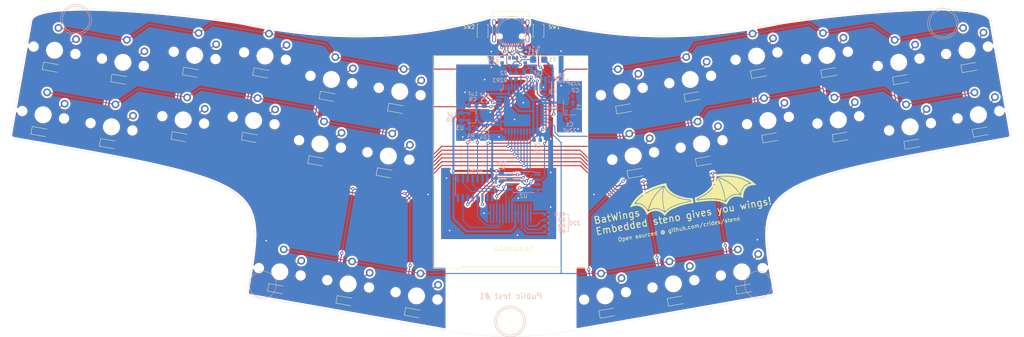
<source format=kicad_pcb>
(kicad_pcb (version 20171130) (host pcbnew 5.1.8)
  (layers (0 F.Cu signal) (31 B.Cu signal) (34 B.Paste user hide) (35 F.Paste user hide) (36 B.SilkS user) (37 F.SilkS user) (38 B.Mask user) (39 F.Mask user) (44 Edge.Cuts user))
  (net 0 "")
  (net 1 GND)
  (net 2 COL1)
  (net 3 COL2)
  (net 4 COL3)
  (net 5 COL4)
  (net 6 COL5)
  (net 7 ROW2)
  (net 8 ROW3)
  (net 9 COL6)
  (net 10 ROW1)
  (net 11 VCC)
  (net 12 ROW4)
  (net 13 ROW5)
  (net 14 "Net-(C1-Pad1)")
  (net 15 "Net-(C2-Pad1)")
  (net 16 "Net-(C3-Pad2)")
  (net 17 "Net-(C4-Pad1)")
  (net 18 +5V)
  (net 19 +3V3)
  (net 20 D+)
  (net 21 D-)
  (net 22 "Net-(R2-Pad1)")
  (net 23 "Net-(R3-Pad1)")
  (net 24 "Net-(R4-Pad2)")
  (net 25 "Net-(U1-Pad36)")
  (net 26 "Net-(U1-Pad12)")
  (net 27 "Net-(U1-Pad1)")
  (net 28 MISO)
  (net 29 LCD_CS)
  (net 30 C\D)
  (net 31 "Net-(R5-Pad1)")
  (net 32 CS_5V)
  (net 33 MOSI_5V)
  (net 34 SCLK_5V)
  (net 35 CS_3V3)
  (net 36 MOSI_3V3)
  (net 37 SCLK_3V3)
  (net 38 LITE_5V)
  (net 39 "Net-(U1-Pad38)")
  (net 40 "Net-(U4-Pad2)")
  (net 41 C\D_3V3)
  (net 42 LCD_CS_3V3)
  (net 43 "Net-(U1-Pad39)")
  (net 44 "Net-(U1-Pad37)")
  (net 45 "Net-(R7-Pad1)")
  (net 46 "Net-(R8-Pad1)")
  (net 47 "Net-(R9-Pad1)")
  (net 48 "Net-(R10-Pad1)")
  (net 49 "Net-(U5-Pad10)")
  (net 50 "Net-(U5-Pad9)")
  (net 51 RESET)
  (net 52 "Net-(K1-Pad3)")
  (net 53 "Net-(K2-Pad3)")
  (net 54 "Net-(K3-Pad3)")
  (net 55 "Net-(K4-Pad3)")
  (net 56 "Net-(K5-Pad3)")
  (net 57 "Net-(K6-Pad3)")
  (net 58 "Net-(K7-Pad3)")
  (net 59 "Net-(K8-Pad3)")
  (net 60 "Net-(K9-Pad3)")
  (net 61 "Net-(K10-Pad3)")
  (net 62 "Net-(K11-Pad3)")
  (net 63 "Net-(K12-Pad3)")
  (net 64 "Net-(K13-Pad3)")
  (net 65 "Net-(K14-Pad3)")
  (net 66 "Net-(K15-Pad3)")
  (net 67 "Net-(K16-Pad3)")
  (net 68 "Net-(K17-Pad3)")
  (net 69 "Net-(K18-Pad3)")
  (net 70 "Net-(K19-Pad3)")
  (net 71 "Net-(K20-Pad3)")
  (net 72 "Net-(K21-Pad3)")
  (net 73 "Net-(K22-Pad3)")
  (net 74 "Net-(K23-Pad3)")
  (net 75 "Net-(K24-Pad3)")
  (net 76 "Net-(K25-Pad3)")
  (net 77 "Net-(K26-Pad3)")
  (net 78 "Net-(K27-Pad3)")
  (net 79 "Net-(K28-Pad3)")
  (net 80 "Net-(K29-Pad3)")
  (net 81 "Net-(K30-Pad3)")
  (net 82 "Net-(J1-PadB8)")
  (net 83 "Net-(J1-PadA5)")
  (net 84 "Net-(J1-PadA8)")
  (net 85 "Net-(J1-PadB5)")
  (net 86 "Net-(J1-PadS1)")
  (net 87 "Net-(U6-Pad3)")
  (net 88 "Net-(U6-Pad1)")
  (net 89 "Net-(SW2-Pad2)")
  (module Crystal:Crystal_SMD_EuroQuartz_MT-4Pin_3.2x2.5mm (layer B.Cu) (at 155.674473 78.12149 90)
    (fp_text reference Y1 (at 0 2.45 90) (layer B.SilkS) (effects (justify mirror)))
    (fp_text value 16MHz)
    (pad 4 smd rect (at -1.1 0.9 90) (size 1.3 1) (layers B.Cu B.Paste B.Mask) (net 1 GND))
    (pad 3 smd rect (at 1.1 0.9 90) (size 1.3 1) (layers B.Cu B.Paste B.Mask) (net 15 "Net-(C2-Pad1)"))
    (pad 2 smd rect (at 1.1 -0.9 90) (size 1.3 1) (layers B.Cu B.Paste B.Mask) (net 1 GND))
    (pad 1 smd rect (at -1.1 -0.9 90) (size 1.3 1) (layers B.Cu B.Paste B.Mask) (net 14 "Net-(C1-Pad1)"))
  )
  (module Package_TO_SOT_SMD:SOT-23-6 (layer B.Cu) (at 141.074474 66.321487 270)
    (fp_text reference U6 (at -2.7 -1.2 180) (layer B.SilkS) (effects (justify mirror)))
    (fp_text value SRV05-4)
    (pad 5 smd rect (at 1.1 0 270) (size 1.06 0.65) (layers B.Cu B.Paste B.Mask) (net 11 VCC))
    (pad 6 smd rect (at 1.1 0.95 270) (size 1.06 0.65) (layers B.Cu B.Paste B.Mask) (net 21 D-))
    (pad 4 smd rect (at 1.1 -0.95 270) (size 1.06 0.65) (layers B.Cu B.Paste B.Mask) (net 20 D+))
    (pad 3 smd rect (at -1.1 -0.95 270) (size 1.06 0.65) (layers B.Cu B.Paste B.Mask) (net 87 "Net-(U6-Pad3)"))
    (pad 2 smd rect (at -1.1 0 270) (size 1.06 0.65) (layers B.Cu B.Paste B.Mask) (net 1 GND))
    (pad 1 smd rect (at -1.1 0.95 270) (size 1.06 0.65) (layers B.Cu B.Paste B.Mask) (net 88 "Net-(U6-Pad1)"))
  )
  (module Resistor_SMD:R_0603_1608Metric (layer B.Cu) (at 138.174474 65.721487 90)
    (fp_text reference R12 (at -0.8 -2.2 180) (layer B.SilkS) (effects (justify mirror)))
    (fp_text value 5.1k (at 0.5 -2.4 180) (layer B.SilkS) (effects (justify mirror)))
    (pad 2 smd roundrect (at 0.825 0 90) (size 0.8 0.95) (layers B.Cu B.Paste B.Mask) (net 85 "Net-(J1-PadB5)"))
    (pad 1 smd roundrect (at -0.825 0 90) (size 0.8 0.95) (layers B.Cu B.Paste B.Mask) (net 1 GND))
  )
  (module Resistor_SMD:R_0603_1608Metric (layer B.Cu) (at 144.174474 65.721487 90)
    (fp_text reference R11 (at 1.8 2 180) (layer B.SilkS) (effects (justify mirror)))
    (fp_text value 5.1k (at 3 2.3 180) (layer B.SilkS) (effects (justify mirror)))
    (pad 1 smd roundrect (at -0.825 0 90) (size 0.8 0.95) (layers B.Cu B.Paste B.Mask) (net 1 GND))
    (pad 2 smd roundrect (at 0.825 0 90) (size 0.8 0.95) (layers B.Cu B.Paste B.Mask) (net 83 "Net-(J1-PadA5)"))
  )
  (module Connector_USB:USB_C_Receptacle_HRO_TYPE-C-31-M-12 (layer F.Cu) (at 140.424474 57.121488 180)
    (fp_text reference J1 (at 0 -5.645) (layer F.SilkS))
    (fp_text value USB_C_Receptacle_USB2.0)
    (pad B1 smd rect (at 3.25 -4.045 180) (size 0.6 1.45) (layers F.Cu F.Paste F.Mask) (net 1 GND))
    (pad A9 smd rect (at 2.45 -4.045 180) (size 0.6 1.45) (layers F.Cu F.Paste F.Mask) (net 11 VCC))
    (pad B9 smd rect (at -2.45 -4.045 180) (size 0.6 1.45) (layers F.Cu F.Paste F.Mask) (net 11 VCC))
    (pad B12 smd rect (at -3.25 -4.045 180) (size 0.6 1.45) (layers F.Cu F.Paste F.Mask) (net 1 GND))
    (pad A1 smd rect (at -3.25 -4.045 180) (size 0.6 1.45) (layers F.Cu F.Paste F.Mask) (net 1 GND))
    (pad A4 smd rect (at -2.45 -4.045 180) (size 0.6 1.45) (layers F.Cu F.Paste F.Mask) (net 11 VCC))
    (pad B4 smd rect (at 2.45 -4.045 180) (size 0.6 1.45) (layers F.Cu F.Paste F.Mask) (net 11 VCC))
    (pad A12 smd rect (at 3.25 -4.045 180) (size 0.6 1.45) (layers F.Cu F.Paste F.Mask) (net 1 GND))
    (pad B8 smd rect (at -1.75 -4.045 180) (size 0.3 1.45) (layers F.Cu F.Paste F.Mask) (net 82 "Net-(J1-PadB8)"))
    (pad A5 smd rect (at -1.25 -4.045 180) (size 0.3 1.45) (layers F.Cu F.Paste F.Mask) (net 83 "Net-(J1-PadA5)"))
    (pad B7 smd rect (at -0.75 -4.045 180) (size 0.3 1.45) (layers F.Cu F.Paste F.Mask) (net 21 D-))
    (pad A7 smd rect (at 0.25 -4.045 180) (size 0.3 1.45) (layers F.Cu F.Paste F.Mask) (net 21 D-))
    (pad B6 smd rect (at 0.75 -4.045 180) (size 0.3 1.45) (layers F.Cu F.Paste F.Mask) (net 20 D+))
    (pad A8 smd rect (at 1.25 -4.045 180) (size 0.3 1.45) (layers F.Cu F.Paste F.Mask) (net 84 "Net-(J1-PadA8)"))
    (pad B5 smd rect (at 1.75 -4.045 180) (size 0.3 1.45) (layers F.Cu F.Paste F.Mask) (net 85 "Net-(J1-PadB5)"))
    (pad A6 smd rect (at -0.25 -4.045 180) (size 0.3 1.45) (layers F.Cu F.Paste F.Mask) (net 20 D+))
    (pad S1 thru_hole oval (at 4.32 -3.13 180) (size 1 2.1) (drill oval 0.6 1.7) (layers *.Cu *.Mask) (net 86 "Net-(J1-PadS1)"))
    (pad S1 thru_hole oval (at -4.32 -3.13 180) (size 1 2.1) (drill oval 0.6 1.7) (layers *.Cu *.Mask) (net 86 "Net-(J1-PadS1)"))
    (pad "" np_thru_hole circle (at -2.89 -2.6 180) (size 0.65 0.65) (drill 0.65) (layers *.Cu *.Mask))
    (pad S1 thru_hole oval (at -4.32 1.05 180) (size 1 1.6) (drill oval 0.6 1.2) (layers *.Cu *.Mask) (net 86 "Net-(J1-PadS1)"))
    (pad "" np_thru_hole circle (at 2.89 -2.6 180) (size 0.65 0.65) (drill 0.65) (layers *.Cu *.Mask))
    (pad S1 thru_hole oval (at 4.32 1.05 180) (size 1 1.6) (drill oval 0.6 1.2) (layers *.Cu *.Mask) (net 86 "Net-(J1-PadS1)"))
  )
  (module Package_SO:SOP-8_5.28x5.23mm_P1.27mm (layer B.Cu) (at 143.774474 97.521487 180)
    (fp_text reference U2 (at 0.016247 -3.598922) (layer B.SilkS) (effects (justify mirror)))
    (fp_text value MT25QL128ABA1ESE hide)
    (pad 1 smd roundrect (at -3.6 1.905 180) (size 1.6 0.6) (layers B.Cu B.Paste B.Mask) (net 35 CS_3V3))
    (pad 2 smd roundrect (at -3.6 0.635 180) (size 1.6 0.6) (layers B.Cu B.Paste B.Mask) (net 28 MISO))
    (pad 3 smd roundrect (at -3.6 -0.635 180) (size 1.6 0.6) (layers B.Cu B.Paste B.Mask) (net 31 "Net-(R5-Pad1)"))
    (pad 4 smd roundrect (at -3.6 -1.905 180) (size 1.6 0.6) (layers B.Cu B.Paste B.Mask) (net 1 GND))
    (pad 5 smd roundrect (at 3.6 -1.905 180) (size 1.6 0.6) (layers B.Cu B.Paste B.Mask) (net 36 MOSI_3V3))
    (pad 6 smd roundrect (at 3.6 -0.635 180) (size 1.6 0.6) (layers B.Cu B.Paste B.Mask) (net 37 SCLK_3V3))
    (pad 7 smd roundrect (at 3.6 0.635 180) (size 1.6 0.6) (layers B.Cu B.Paste B.Mask) (net 31 "Net-(R5-Pad1)"))
    (pad 8 smd roundrect (at 3.6 1.905 180) (size 1.6 0.6) (layers B.Cu B.Paste B.Mask) (net 19 +3V3))
  )
  (module pg1350:PG1350 (layer F.Cu) (at 172.947967 95.186503 10)
    (fp_text reference K30)
    (fp_text value PG1350 hide)
    (pad 3 smd custom (at 5 -8.3 10) (size 0.254 0.254) (layers F.Cu) (net 81 "Net-(K30-Pad3)") (options (clearance outline) (anchor circle)) (primitives (gr_line (start -2 2) (end -2 6.95) (width 0.254)) (gr_line (start -2 2) (end 0 0) (width 0.254)) (gr_line (start -2 6.95) (end -3.35 8.3) (width 0.254))))
    (pad 3 thru_hole circle (at 5 -8.3 231.9) (size 2 2) (drill 1.2) (layers *.Cu B.Mask) (net 81 "Net-(K30-Pad3)"))
    (pad 3 smd rect (at 1.65 0 10) (size 0.9 1.2) (layers F.Cu F.Paste F.Mask) (net 81 "Net-(K30-Pad3)"))
    (pad "" np_thru_hole circle (at 0 -4.5 10) (size 3.4 3.4) (drill 3.4) (layers *.Cu *.Mask))
    (pad "" np_thru_hole circle (at 5.5 -4.5 10) (size 1.7 1.7) (drill 1.7) (layers *.Cu *.Mask))
    (pad "" np_thru_hole circle (at -5.5 -4.5 10) (size 1.7 1.7) (drill 1.7) (layers *.Cu *.Mask))
    (pad 2 smd rect (at -1.65 0 10) (size 0.9 1.2) (layers F.Cu F.Paste F.Mask) (net 9 COL6))
    (pad 1 thru_hole circle (at 0 -10.4 10) (size 2 2) (drill 1.2) (layers *.Cu B.Mask) (net 13 ROW5))
  )
  (module pg1350:PG1350 (layer F.Cu) (at 190.674512 92.060836 10)
    (fp_text reference K29)
    (fp_text value PG1350 hide)
    (pad 3 smd custom (at 5 -8.3 10) (size 0.254 0.254) (layers F.Cu) (net 80 "Net-(K29-Pad3)") (options (clearance outline) (anchor circle)) (primitives (gr_line (start -2 2) (end -2 6.95) (width 0.254)) (gr_line (start -2 2) (end 0 0) (width 0.254)) (gr_line (start -2 6.95) (end -3.35 8.3) (width 0.254))))
    (pad 3 thru_hole circle (at 5 -8.3 231.9) (size 2 2) (drill 1.2) (layers *.Cu B.Mask) (net 80 "Net-(K29-Pad3)"))
    (pad 3 smd rect (at 1.65 0 10) (size 0.9 1.2) (layers F.Cu F.Paste F.Mask) (net 80 "Net-(K29-Pad3)"))
    (pad "" np_thru_hole circle (at 0 -4.5 10) (size 3.4 3.4) (drill 3.4) (layers *.Cu *.Mask))
    (pad "" np_thru_hole circle (at 5.5 -4.5 10) (size 1.7 1.7) (drill 1.7) (layers *.Cu *.Mask))
    (pad "" np_thru_hole circle (at -5.5 -4.5 10) (size 1.7 1.7) (drill 1.7) (layers *.Cu *.Mask))
    (pad 2 smd rect (at -1.65 0 10) (size 0.9 1.2) (layers F.Cu F.Paste F.Mask) (net 6 COL5))
    (pad 1 thru_hole circle (at 0 -10.4 10) (size 2 2) (drill 1.2) (layers *.Cu B.Mask) (net 13 ROW5))
  )
  (module pg1350:PG1350 (layer F.Cu) (at 207.880102 85.980747 10)
    (fp_text reference K28)
    (fp_text value PG1350 hide)
    (pad 3 smd custom (at 5 -8.3 10) (size 0.254 0.254) (layers F.Cu) (net 79 "Net-(K28-Pad3)") (options (clearance outline) (anchor circle)) (primitives (gr_line (start -2 2) (end -2 6.95) (width 0.254)) (gr_line (start -2 2) (end 0 0) (width 0.254)) (gr_line (start -2 6.95) (end -3.35 8.3) (width 0.254))))
    (pad 3 thru_hole circle (at 5 -8.3 231.9) (size 2 2) (drill 1.2) (layers *.Cu B.Mask) (net 79 "Net-(K28-Pad3)"))
    (pad 3 smd rect (at 1.65 0 10) (size 0.9 1.2) (layers F.Cu F.Paste F.Mask) (net 79 "Net-(K28-Pad3)"))
    (pad "" np_thru_hole circle (at 0 -4.5 10) (size 3.4 3.4) (drill 3.4) (layers *.Cu *.Mask))
    (pad "" np_thru_hole circle (at 5.5 -4.5 10) (size 1.7 1.7) (drill 1.7) (layers *.Cu *.Mask))
    (pad "" np_thru_hole circle (at -5.5 -4.5 10) (size 1.7 1.7) (drill 1.7) (layers *.Cu *.Mask))
    (pad 2 smd rect (at -1.65 0 10) (size 0.9 1.2) (layers F.Cu F.Paste F.Mask) (net 5 COL4))
    (pad 1 thru_hole circle (at 0 -10.4 10) (size 2 2) (drill 1.2) (layers *.Cu B.Mask) (net 13 ROW5))
  )
  (module pg1350:PG1350 (layer F.Cu) (at 226.127587 85.809504 10)
    (fp_text reference K27)
    (fp_text value PG1350 hide)
    (pad 3 smd custom (at 5 -8.3 10) (size 0.254 0.254) (layers F.Cu) (net 78 "Net-(K27-Pad3)") (options (clearance outline) (anchor circle)) (primitives (gr_line (start -2 2) (end -2 6.95) (width 0.254)) (gr_line (start -2 2) (end 0 0) (width 0.254)) (gr_line (start -2 6.95) (end -3.35 8.3) (width 0.254))))
    (pad 3 thru_hole circle (at 5 -8.3 231.9) (size 2 2) (drill 1.2) (layers *.Cu B.Mask) (net 78 "Net-(K27-Pad3)"))
    (pad 3 smd rect (at 1.65 0 10) (size 0.9 1.2) (layers F.Cu F.Paste F.Mask) (net 78 "Net-(K27-Pad3)"))
    (pad "" np_thru_hole circle (at 0 -4.5 10) (size 3.4 3.4) (drill 3.4) (layers *.Cu *.Mask))
    (pad "" np_thru_hole circle (at 5.5 -4.5 10) (size 1.7 1.7) (drill 1.7) (layers *.Cu *.Mask))
    (pad "" np_thru_hole circle (at -5.5 -4.5 10) (size 1.7 1.7) (drill 1.7) (layers *.Cu *.Mask))
    (pad 2 smd rect (at -1.65 0 10) (size 0.9 1.2) (layers F.Cu F.Paste F.Mask) (net 4 COL3))
    (pad 1 thru_hole circle (at 0 -10.4 10) (size 2 2) (drill 1.2) (layers *.Cu B.Mask) (net 13 ROW5))
  )
  (module pg1350:PG1350 (layer F.Cu) (at 244.722366 87.607874 10)
    (fp_text reference K26)
    (fp_text value PG1350 hide)
    (pad 3 smd custom (at 5 -8.3 10) (size 0.254 0.254) (layers F.Cu) (net 77 "Net-(K26-Pad3)") (options (clearance outline) (anchor circle)) (primitives (gr_line (start -2 2) (end -2 6.95) (width 0.254)) (gr_line (start -2 2) (end 0 0) (width 0.254)) (gr_line (start -2 6.95) (end -3.35 8.3) (width 0.254))))
    (pad 3 thru_hole circle (at 5 -8.3 231.9) (size 2 2) (drill 1.2) (layers *.Cu B.Mask) (net 77 "Net-(K26-Pad3)"))
    (pad 3 smd rect (at 1.65 0 10) (size 0.9 1.2) (layers F.Cu F.Paste F.Mask) (net 77 "Net-(K26-Pad3)"))
    (pad "" np_thru_hole circle (at 0 -4.5 10) (size 3.4 3.4) (drill 3.4) (layers *.Cu *.Mask))
    (pad "" np_thru_hole circle (at 5.5 -4.5 10) (size 1.7 1.7) (drill 1.7) (layers *.Cu *.Mask))
    (pad "" np_thru_hole circle (at -5.5 -4.5 10) (size 1.7 1.7) (drill 1.7) (layers *.Cu *.Mask))
    (pad 2 smd rect (at -1.65 0 10) (size 0.9 1.2) (layers F.Cu F.Paste F.Mask) (net 3 COL2))
    (pad 1 thru_hole circle (at 0 -10.4 10) (size 2 2) (drill 1.2) (layers *.Cu B.Mask) (net 13 ROW5))
  )
  (module pg1350:PG1350 (layer F.Cu) (at 262.448906 84.482206 10)
    (fp_text reference K25)
    (fp_text value PG1350 hide)
    (pad 3 smd custom (at 5 -8.3 10) (size 0.254 0.254) (layers F.Cu) (net 76 "Net-(K25-Pad3)") (options (clearance outline) (anchor circle)) (primitives (gr_line (start -2 2) (end -2 6.95) (width 0.254)) (gr_line (start -2 2) (end 0 0) (width 0.254)) (gr_line (start -2 6.95) (end -3.35 8.3) (width 0.254))))
    (pad 3 thru_hole circle (at 5 -8.3 231.9) (size 2 2) (drill 1.2) (layers *.Cu B.Mask) (net 76 "Net-(K25-Pad3)"))
    (pad 3 smd rect (at 1.65 0 10) (size 0.9 1.2) (layers F.Cu F.Paste F.Mask) (net 76 "Net-(K25-Pad3)"))
    (pad "" np_thru_hole circle (at 0 -4.5 10) (size 3.4 3.4) (drill 3.4) (layers *.Cu *.Mask))
    (pad "" np_thru_hole circle (at 5.5 -4.5 10) (size 1.7 1.7) (drill 1.7) (layers *.Cu *.Mask))
    (pad "" np_thru_hole circle (at -5.5 -4.5 10) (size 1.7 1.7) (drill 1.7) (layers *.Cu *.Mask))
    (pad 2 smd rect (at -1.65 0 10) (size 0.9 1.2) (layers F.Cu F.Paste F.Mask) (net 2 COL1))
    (pad 1 thru_hole circle (at 0 -10.4 10) (size 2 2) (drill 1.2) (layers *.Cu B.Mask) (net 13 ROW5))
  )
  (module pg1350:PG1350 (layer F.Cu) (at 169.995954 78.444777 10)
    (fp_text reference K24)
    (fp_text value PG1350 hide)
    (pad 3 smd custom (at 5 -8.3 10) (size 0.254 0.254) (layers F.Cu) (net 75 "Net-(K24-Pad3)") (options (clearance outline) (anchor circle)) (primitives (gr_line (start -2 2) (end -2 6.95) (width 0.254)) (gr_line (start -2 2) (end 0 0) (width 0.254)) (gr_line (start -2 6.95) (end -3.35 8.3) (width 0.254))))
    (pad 3 thru_hole circle (at 5 -8.3 231.9) (size 2 2) (drill 1.2) (layers *.Cu B.Mask) (net 75 "Net-(K24-Pad3)"))
    (pad 3 smd rect (at 1.65 0 10) (size 0.9 1.2) (layers F.Cu F.Paste F.Mask) (net 75 "Net-(K24-Pad3)"))
    (pad "" np_thru_hole circle (at 0 -4.5 10) (size 3.4 3.4) (drill 3.4) (layers *.Cu *.Mask))
    (pad "" np_thru_hole circle (at 5.5 -4.5 10) (size 1.7 1.7) (drill 1.7) (layers *.Cu *.Mask))
    (pad "" np_thru_hole circle (at -5.5 -4.5 10) (size 1.7 1.7) (drill 1.7) (layers *.Cu *.Mask))
    (pad 2 smd rect (at -1.65 0 10) (size 0.9 1.2) (layers F.Cu F.Paste F.Mask) (net 9 COL6))
    (pad 1 thru_hole circle (at 0 -10.4 10) (size 2 2) (drill 1.2) (layers *.Cu B.Mask) (net 12 ROW4))
  )
  (module pg1350:PG1350 (layer F.Cu) (at 187.722492 75.319109 10)
    (fp_text reference K23)
    (fp_text value PG1350 hide)
    (pad 3 smd custom (at 5 -8.3 10) (size 0.254 0.254) (layers F.Cu) (net 74 "Net-(K23-Pad3)") (options (clearance outline) (anchor circle)) (primitives (gr_line (start -2 2) (end -2 6.95) (width 0.254)) (gr_line (start -2 2) (end 0 0) (width 0.254)) (gr_line (start -2 6.95) (end -3.35 8.3) (width 0.254))))
    (pad 3 thru_hole circle (at 5 -8.3 231.9) (size 2 2) (drill 1.2) (layers *.Cu B.Mask) (net 74 "Net-(K23-Pad3)"))
    (pad 3 smd rect (at 1.65 0 10) (size 0.9 1.2) (layers F.Cu F.Paste F.Mask) (net 74 "Net-(K23-Pad3)"))
    (pad "" np_thru_hole circle (at 0 -4.5 10) (size 3.4 3.4) (drill 3.4) (layers *.Cu *.Mask))
    (pad "" np_thru_hole circle (at 5.5 -4.5 10) (size 1.7 1.7) (drill 1.7) (layers *.Cu *.Mask))
    (pad "" np_thru_hole circle (at -5.5 -4.5 10) (size 1.7 1.7) (drill 1.7) (layers *.Cu *.Mask))
    (pad 2 smd rect (at -1.65 0 10) (size 0.9 1.2) (layers F.Cu F.Paste F.Mask) (net 6 COL5))
    (pad 1 thru_hole circle (at 0 -10.4 10) (size 2 2) (drill 1.2) (layers *.Cu B.Mask) (net 12 ROW4))
  )
  (module pg1350:PG1350 (layer F.Cu) (at 204.928088 69.239017 10)
    (fp_text reference K22)
    (fp_text value PG1350 hide)
    (pad 3 smd custom (at 5 -8.3 10) (size 0.254 0.254) (layers F.Cu) (net 73 "Net-(K22-Pad3)") (options (clearance outline) (anchor circle)) (primitives (gr_line (start -2 2) (end -2 6.95) (width 0.254)) (gr_line (start -2 2) (end 0 0) (width 0.254)) (gr_line (start -2 6.95) (end -3.35 8.3) (width 0.254))))
    (pad 3 thru_hole circle (at 5 -8.3 231.9) (size 2 2) (drill 1.2) (layers *.Cu B.Mask) (net 73 "Net-(K22-Pad3)"))
    (pad 3 smd rect (at 1.65 0 10) (size 0.9 1.2) (layers F.Cu F.Paste F.Mask) (net 73 "Net-(K22-Pad3)"))
    (pad "" np_thru_hole circle (at 0 -4.5 10) (size 3.4 3.4) (drill 3.4) (layers *.Cu *.Mask))
    (pad "" np_thru_hole circle (at 5.5 -4.5 10) (size 1.7 1.7) (drill 1.7) (layers *.Cu *.Mask))
    (pad "" np_thru_hole circle (at -5.5 -4.5 10) (size 1.7 1.7) (drill 1.7) (layers *.Cu *.Mask))
    (pad 2 smd rect (at -1.65 0 10) (size 0.9 1.2) (layers F.Cu F.Paste F.Mask) (net 5 COL4))
    (pad 1 thru_hole circle (at 0 -10.4 10) (size 2 2) (drill 1.2) (layers *.Cu B.Mask) (net 12 ROW4))
  )
  (module pg1350:PG1350 (layer F.Cu) (at 223.175574 69.067775 10)
    (fp_text reference K21)
    (fp_text value PG1350 hide)
    (pad 3 smd custom (at 5 -8.3 10) (size 0.254 0.254) (layers F.Cu) (net 72 "Net-(K21-Pad3)") (options (clearance outline) (anchor circle)) (primitives (gr_line (start -2 2) (end -2 6.95) (width 0.254)) (gr_line (start -2 2) (end 0 0) (width 0.254)) (gr_line (start -2 6.95) (end -3.35 8.3) (width 0.254))))
    (pad 3 thru_hole circle (at 5 -8.3 231.9) (size 2 2) (drill 1.2) (layers *.Cu B.Mask) (net 72 "Net-(K21-Pad3)"))
    (pad 3 smd rect (at 1.65 0 10) (size 0.9 1.2) (layers F.Cu F.Paste F.Mask) (net 72 "Net-(K21-Pad3)"))
    (pad "" np_thru_hole circle (at 0 -4.5 10) (size 3.4 3.4) (drill 3.4) (layers *.Cu *.Mask))
    (pad "" np_thru_hole circle (at 5.5 -4.5 10) (size 1.7 1.7) (drill 1.7) (layers *.Cu *.Mask))
    (pad "" np_thru_hole circle (at -5.5 -4.5 10) (size 1.7 1.7) (drill 1.7) (layers *.Cu *.Mask))
    (pad 2 smd rect (at -1.65 0 10) (size 0.9 1.2) (layers F.Cu F.Paste F.Mask) (net 4 COL3))
    (pad 1 thru_hole circle (at 0 -10.4 10) (size 2 2) (drill 1.2) (layers *.Cu B.Mask) (net 12 ROW4))
  )
  (module pg1350:PG1350 (layer F.Cu) (at 241.770352 70.866147 10)
    (fp_text reference K20)
    (fp_text value PG1350 hide)
    (pad 3 smd custom (at 5 -8.3 10) (size 0.254 0.254) (layers F.Cu) (net 71 "Net-(K20-Pad3)") (options (clearance outline) (anchor circle)) (primitives (gr_line (start -2 2) (end -2 6.95) (width 0.254)) (gr_line (start -2 2) (end 0 0) (width 0.254)) (gr_line (start -2 6.95) (end -3.35 8.3) (width 0.254))))
    (pad 3 thru_hole circle (at 5 -8.3 231.9) (size 2 2) (drill 1.2) (layers *.Cu B.Mask) (net 71 "Net-(K20-Pad3)"))
    (pad 3 smd rect (at 1.65 0 10) (size 0.9 1.2) (layers F.Cu F.Paste F.Mask) (net 71 "Net-(K20-Pad3)"))
    (pad "" np_thru_hole circle (at 0 -4.5 10) (size 3.4 3.4) (drill 3.4) (layers *.Cu *.Mask))
    (pad "" np_thru_hole circle (at 5.5 -4.5 10) (size 1.7 1.7) (drill 1.7) (layers *.Cu *.Mask))
    (pad "" np_thru_hole circle (at -5.5 -4.5 10) (size 1.7 1.7) (drill 1.7) (layers *.Cu *.Mask))
    (pad 2 smd rect (at -1.65 0 10) (size 0.9 1.2) (layers F.Cu F.Paste F.Mask) (net 3 COL2))
    (pad 1 thru_hole circle (at 0 -10.4 10) (size 2 2) (drill 1.2) (layers *.Cu B.Mask) (net 12 ROW4))
  )
  (module pg1350:PG1350 (layer F.Cu) (at 259.496894 67.740477 10)
    (fp_text reference K19)
    (fp_text value PG1350 hide)
    (pad 3 smd custom (at 5 -8.3 10) (size 0.254 0.254) (layers F.Cu) (net 70 "Net-(K19-Pad3)") (options (clearance outline) (anchor circle)) (primitives (gr_line (start -2 2) (end -2 6.95) (width 0.254)) (gr_line (start -2 2) (end 0 0) (width 0.254)) (gr_line (start -2 6.95) (end -3.35 8.3) (width 0.254))))
    (pad 3 thru_hole circle (at 5 -8.3 231.9) (size 2 2) (drill 1.2) (layers *.Cu B.Mask) (net 70 "Net-(K19-Pad3)"))
    (pad 3 smd rect (at 1.65 0 10) (size 0.9 1.2) (layers F.Cu F.Paste F.Mask) (net 70 "Net-(K19-Pad3)"))
    (pad "" np_thru_hole circle (at 0 -4.5 10) (size 3.4 3.4) (drill 3.4) (layers *.Cu *.Mask))
    (pad "" np_thru_hole circle (at 5.5 -4.5 10) (size 1.7 1.7) (drill 1.7) (layers *.Cu *.Mask))
    (pad "" np_thru_hole circle (at -5.5 -4.5 10) (size 1.7 1.7) (drill 1.7) (layers *.Cu *.Mask))
    (pad 2 smd rect (at -1.65 0 10) (size 0.9 1.2) (layers F.Cu F.Paste F.Mask) (net 2 COL1))
    (pad 1 thru_hole circle (at 0 -10.4 10) (size 2 2) (drill 1.2) (layers *.Cu B.Mask) (net 12 ROW4))
  )
  (module pg1350:PG1350 (layer F.Cu) (at 165.64393 131.506624 10)
    (fp_text reference K18)
    (fp_text value PG1350 hide)
    (pad 3 smd custom (at 5 -8.3 10) (size 0.254 0.254) (layers F.Cu) (net 69 "Net-(K18-Pad3)") (options (clearance outline) (anchor circle)) (primitives (gr_line (start -2 2) (end -2 6.95) (width 0.254)) (gr_line (start -2 2) (end 0 0) (width 0.254)) (gr_line (start -2 6.95) (end -3.35 8.3) (width 0.254))))
    (pad 3 thru_hole circle (at 5 -8.3 231.9) (size 2 2) (drill 1.2) (layers *.Cu B.Mask) (net 69 "Net-(K18-Pad3)"))
    (pad 3 smd rect (at 1.65 0 10) (size 0.9 1.2) (layers F.Cu F.Paste F.Mask) (net 69 "Net-(K18-Pad3)"))
    (pad "" np_thru_hole circle (at 0 -4.5 10) (size 3.4 3.4) (drill 3.4) (layers *.Cu *.Mask))
    (pad "" np_thru_hole circle (at 5.5 -4.5 10) (size 1.7 1.7) (drill 1.7) (layers *.Cu *.Mask))
    (pad "" np_thru_hole circle (at -5.5 -4.5 10) (size 1.7 1.7) (drill 1.7) (layers *.Cu *.Mask))
    (pad 2 smd rect (at -1.65 0 10) (size 0.9 1.2) (layers F.Cu F.Paste F.Mask) (net 9 COL6))
    (pad 1 thru_hole circle (at 0 -10.4 10) (size 2 2) (drill 1.2) (layers *.Cu B.Mask) (net 8 ROW3))
  )
  (module pg1350:PG1350 (layer F.Cu) (at 183.370462 128.380954 10)
    (fp_text reference K17)
    (fp_text value PG1350 hide)
    (pad 3 smd custom (at 5 -8.3 10) (size 0.254 0.254) (layers F.Cu) (net 68 "Net-(K17-Pad3)") (options (clearance outline) (anchor circle)) (primitives (gr_line (start -2 2) (end -2 6.95) (width 0.254)) (gr_line (start -2 2) (end 0 0) (width 0.254)) (gr_line (start -2 6.95) (end -3.35 8.3) (width 0.254))))
    (pad 3 thru_hole circle (at 5 -8.3 231.9) (size 2 2) (drill 1.2) (layers *.Cu B.Mask) (net 68 "Net-(K17-Pad3)"))
    (pad 3 smd rect (at 1.65 0 10) (size 0.9 1.2) (layers F.Cu F.Paste F.Mask) (net 68 "Net-(K17-Pad3)"))
    (pad "" np_thru_hole circle (at 0 -4.5 10) (size 3.4 3.4) (drill 3.4) (layers *.Cu *.Mask))
    (pad "" np_thru_hole circle (at 5.5 -4.5 10) (size 1.7 1.7) (drill 1.7) (layers *.Cu *.Mask))
    (pad "" np_thru_hole circle (at -5.5 -4.5 10) (size 1.7 1.7) (drill 1.7) (layers *.Cu *.Mask))
    (pad 2 smd rect (at -1.65 0 10) (size 0.9 1.2) (layers F.Cu F.Paste F.Mask) (net 6 COL5))
    (pad 1 thru_hole circle (at 0 -10.4 10) (size 2 2) (drill 1.2) (layers *.Cu B.Mask) (net 8 ROW3))
  )
  (module pg1350:PG1350 (layer F.Cu) (at 201.097004 125.255288 10)
    (fp_text reference K16)
    (fp_text value PG1350 hide)
    (pad 3 smd custom (at 5 -8.3 10) (size 0.254 0.254) (layers F.Cu) (net 67 "Net-(K16-Pad3)") (options (clearance outline) (anchor circle)) (primitives (gr_line (start -2 2) (end -2 6.95) (width 0.254)) (gr_line (start -2 2) (end 0 0) (width 0.254)) (gr_line (start -2 6.95) (end -3.35 8.3) (width 0.254))))
    (pad 3 thru_hole circle (at 5 -8.3 231.9) (size 2 2) (drill 1.2) (layers *.Cu B.Mask) (net 67 "Net-(K16-Pad3)"))
    (pad 3 smd rect (at 1.65 0 10) (size 0.9 1.2) (layers F.Cu F.Paste F.Mask) (net 67 "Net-(K16-Pad3)"))
    (pad "" np_thru_hole circle (at 0 -4.5 10) (size 3.4 3.4) (drill 3.4) (layers *.Cu *.Mask))
    (pad "" np_thru_hole circle (at 5.5 -4.5 10) (size 1.7 1.7) (drill 1.7) (layers *.Cu *.Mask))
    (pad "" np_thru_hole circle (at -5.5 -4.5 10) (size 1.7 1.7) (drill 1.7) (layers *.Cu *.Mask))
    (pad 2 smd rect (at -1.65 0 10) (size 0.9 1.2) (layers F.Cu F.Paste F.Mask) (net 5 COL4))
    (pad 1 thru_hole circle (at 0 -10.4 10) (size 2 2) (drill 1.2) (layers *.Cu B.Mask) (net 8 ROW3))
  )
  (module pg1350:PG1350 (layer F.Cu) (at 21.355885 67.736589 350)
    (fp_text reference K1)
    (fp_text value PG1350)
    (pad 3 smd custom (at 5 -8.3 350) (size 0.254 0.254) (layers F.Cu) (net 52 "Net-(K1-Pad3)") (options (clearance outline) (anchor circle)) (primitives (gr_line (start -2 2) (end -2 6.95) (width 0.254)) (gr_line (start -2 2) (end 0 0) (width 0.254)) (gr_line (start -2 6.95) (end -3.35 8.3) (width 0.254))))
    (pad 3 thru_hole circle (at 5 -8.3 211.9) (size 2 2) (drill 1.2) (layers *.Cu B.Mask) (net 52 "Net-(K1-Pad3)"))
    (pad 3 smd rect (at 1.65 0 350) (size 0.9 1.2) (layers F.Cu F.Paste F.Mask) (net 52 "Net-(K1-Pad3)"))
    (pad "" np_thru_hole circle (at 0 -4.5 350) (size 3.4 3.4) (drill 3.4) (layers *.Cu *.Mask))
    (pad "" np_thru_hole circle (at 5.5 -4.5 350) (size 1.7 1.7) (drill 1.7) (layers *.Cu *.Mask))
    (pad "" np_thru_hole circle (at -5.5 -4.5 350) (size 1.7 1.7) (drill 1.7) (layers *.Cu *.Mask))
    (pad 2 smd rect (at -1.65 0 350) (size 0.9 1.2) (layers F.Cu F.Paste F.Mask) (net 2 COL1))
    (pad 1 thru_hole circle (at 0 -10.4 350) (size 2 2) (drill 1.2) (layers *.Cu B.Mask) (net 10 ROW1))
  )
  (module pg1350:PG1350 (layer F.Cu) (at 115.208849 131.502736 350)
    (fp_text reference K15)
    (fp_text value PG1350)
    (pad 3 smd custom (at 5 -8.3 350) (size 0.254 0.254) (layers F.Cu) (net 66 "Net-(K15-Pad3)") (options (clearance outline) (anchor circle)) (primitives (gr_line (start -2 2) (end -2 6.95) (width 0.254)) (gr_line (start -2 2) (end 0 0) (width 0.254)) (gr_line (start -2 6.95) (end -3.35 8.3) (width 0.254))))
    (pad 3 thru_hole circle (at 5 -8.3 211.9) (size 2 2) (drill 1.2) (layers *.Cu B.Mask) (net 66 "Net-(K15-Pad3)"))
    (pad 3 smd rect (at 1.65 0 350) (size 0.9 1.2) (layers F.Cu F.Paste F.Mask) (net 66 "Net-(K15-Pad3)"))
    (pad "" np_thru_hole circle (at 0 -4.5 350) (size 3.4 3.4) (drill 3.4) (layers *.Cu *.Mask))
    (pad "" np_thru_hole circle (at 5.5 -4.5 350) (size 1.7 1.7) (drill 1.7) (layers *.Cu *.Mask))
    (pad "" np_thru_hole circle (at -5.5 -4.5 350) (size 1.7 1.7) (drill 1.7) (layers *.Cu *.Mask))
    (pad 2 smd rect (at -1.65 0 350) (size 0.9 1.2) (layers F.Cu F.Paste F.Mask) (net 4 COL3))
    (pad 1 thru_hole circle (at 0 -10.4 350) (size 2 2) (drill 1.2) (layers *.Cu B.Mask) (net 8 ROW3))
  )
  (module pg1350:PG1350 (layer F.Cu) (at 97.482312 128.377069 350)
    (fp_text reference K14)
    (fp_text value PG1350)
    (pad 3 smd custom (at 5 -8.3 350) (size 0.254 0.254) (layers F.Cu) (net 65 "Net-(K14-Pad3)") (options (clearance outline) (anchor circle)) (primitives (gr_line (start -2 2) (end -2 6.95) (width 0.254)) (gr_line (start -2 2) (end 0 0) (width 0.254)) (gr_line (start -2 6.95) (end -3.35 8.3) (width 0.254))))
    (pad 3 thru_hole circle (at 5 -8.3 211.9) (size 2 2) (drill 1.2) (layers *.Cu B.Mask) (net 65 "Net-(K14-Pad3)"))
    (pad 3 smd rect (at 1.65 0 350) (size 0.9 1.2) (layers F.Cu F.Paste F.Mask) (net 65 "Net-(K14-Pad3)"))
    (pad "" np_thru_hole circle (at 0 -4.5 350) (size 3.4 3.4) (drill 3.4) (layers *.Cu *.Mask))
    (pad "" np_thru_hole circle (at 5.5 -4.5 350) (size 1.7 1.7) (drill 1.7) (layers *.Cu *.Mask))
    (pad "" np_thru_hole circle (at -5.5 -4.5 350) (size 1.7 1.7) (drill 1.7) (layers *.Cu *.Mask))
    (pad 2 smd rect (at -1.65 0 350) (size 0.9 1.2) (layers F.Cu F.Paste F.Mask) (net 3 COL2))
    (pad 1 thru_hole circle (at 0 -10.4 350) (size 2 2) (drill 1.2) (layers *.Cu B.Mask) (net 8 ROW3))
  )
  (module pg1350:PG1350 (layer F.Cu) (at 79.755769 125.251403 350)
    (fp_text reference K13)
    (fp_text value PG1350)
    (pad 3 smd custom (at 5 -8.3 350) (size 0.254 0.254) (layers F.Cu) (net 64 "Net-(K13-Pad3)") (options (clearance outline) (anchor circle)) (primitives (gr_line (start -2 2) (end -2 6.95) (width 0.254)) (gr_line (start -2 2) (end 0 0) (width 0.254)) (gr_line (start -2 6.95) (end -3.35 8.3) (width 0.254))))
    (pad 3 thru_hole circle (at 5 -8.3 211.9) (size 2 2) (drill 1.2) (layers *.Cu B.Mask) (net 64 "Net-(K13-Pad3)"))
    (pad 3 smd rect (at 1.65 0 350) (size 0.9 1.2) (layers F.Cu F.Paste F.Mask) (net 64 "Net-(K13-Pad3)"))
    (pad "" np_thru_hole circle (at 0 -4.5 350) (size 3.4 3.4) (drill 3.4) (layers *.Cu *.Mask))
    (pad "" np_thru_hole circle (at 5.5 -4.5 350) (size 1.7 1.7) (drill 1.7) (layers *.Cu *.Mask))
    (pad "" np_thru_hole circle (at -5.5 -4.5 350) (size 1.7 1.7) (drill 1.7) (layers *.Cu *.Mask))
    (pad 2 smd rect (at -1.65 0 350) (size 0.9 1.2) (layers F.Cu F.Paste F.Mask) (net 2 COL1))
    (pad 1 thru_hole circle (at 0 -10.4 350) (size 2 2) (drill 1.2) (layers *.Cu B.Mask) (net 8 ROW3))
  )
  (module pg1350:PG1350 (layer F.Cu) (at 107.904806 95.182621 350)
    (fp_text reference K12)
    (fp_text value PG1350)
    (pad 3 smd custom (at 5 -8.3 350) (size 0.254 0.254) (layers F.Cu) (net 63 "Net-(K12-Pad3)") (options (clearance outline) (anchor circle)) (primitives (gr_line (start -2 2) (end -2 6.95) (width 0.254)) (gr_line (start -2 2) (end 0 0) (width 0.254)) (gr_line (start -2 6.95) (end -3.35 8.3) (width 0.254))))
    (pad 3 thru_hole circle (at 5 -8.3 211.9) (size 2 2) (drill 1.2) (layers *.Cu B.Mask) (net 63 "Net-(K12-Pad3)"))
    (pad 3 smd rect (at 1.65 0 350) (size 0.9 1.2) (layers F.Cu F.Paste F.Mask) (net 63 "Net-(K12-Pad3)"))
    (pad "" np_thru_hole circle (at 0 -4.5 350) (size 3.4 3.4) (drill 3.4) (layers *.Cu *.Mask))
    (pad "" np_thru_hole circle (at 5.5 -4.5 350) (size 1.7 1.7) (drill 1.7) (layers *.Cu *.Mask))
    (pad "" np_thru_hole circle (at -5.5 -4.5 350) (size 1.7 1.7) (drill 1.7) (layers *.Cu *.Mask))
    (pad 2 smd rect (at -1.65 0 350) (size 0.9 1.2) (layers F.Cu F.Paste F.Mask) (net 9 COL6))
    (pad 1 thru_hole circle (at 0 -10.4 350) (size 2 2) (drill 1.2) (layers *.Cu B.Mask) (net 7 ROW2))
  )
  (module pg1350:PG1350 (layer F.Cu) (at 90.178266 92.056951 350)
    (fp_text reference K11)
    (fp_text value PG1350)
    (pad 3 smd custom (at 5 -8.3 350) (size 0.254 0.254) (layers F.Cu) (net 62 "Net-(K11-Pad3)") (options (clearance outline) (anchor circle)) (primitives (gr_line (start -2 2) (end -2 6.95) (width 0.254)) (gr_line (start -2 2) (end 0 0) (width 0.254)) (gr_line (start -2 6.95) (end -3.35 8.3) (width 0.254))))
    (pad 3 thru_hole circle (at 5 -8.3 211.9) (size 2 2) (drill 1.2) (layers *.Cu B.Mask) (net 62 "Net-(K11-Pad3)"))
    (pad 3 smd rect (at 1.65 0 350) (size 0.9 1.2) (layers F.Cu F.Paste F.Mask) (net 62 "Net-(K11-Pad3)"))
    (pad "" np_thru_hole circle (at 0 -4.5 350) (size 3.4 3.4) (drill 3.4) (layers *.Cu *.Mask))
    (pad "" np_thru_hole circle (at 5.5 -4.5 350) (size 1.7 1.7) (drill 1.7) (layers *.Cu *.Mask))
    (pad "" np_thru_hole circle (at -5.5 -4.5 350) (size 1.7 1.7) (drill 1.7) (layers *.Cu *.Mask))
    (pad 2 smd rect (at -1.65 0 350) (size 0.9 1.2) (layers F.Cu F.Paste F.Mask) (net 6 COL5))
    (pad 1 thru_hole circle (at 0 -10.4 350) (size 2 2) (drill 1.2) (layers *.Cu B.Mask) (net 7 ROW2))
  )
  (module pg1350:PG1350 (layer F.Cu) (at 72.972674 85.976863 350)
    (fp_text reference K10)
    (fp_text value PG1350)
    (pad 3 smd custom (at 5 -8.3 350) (size 0.254 0.254) (layers F.Cu) (net 61 "Net-(K10-Pad3)") (options (clearance outline) (anchor circle)) (primitives (gr_line (start -2 2) (end -2 6.95) (width 0.254)) (gr_line (start -2 2) (end 0 0) (width 0.254)) (gr_line (start -2 6.95) (end -3.35 8.3) (width 0.254))))
    (pad 3 thru_hole circle (at 5 -8.3 211.9) (size 2 2) (drill 1.2) (layers *.Cu B.Mask) (net 61 "Net-(K10-Pad3)"))
    (pad 3 smd rect (at 1.65 0 350) (size 0.9 1.2) (layers F.Cu F.Paste F.Mask) (net 61 "Net-(K10-Pad3)"))
    (pad "" np_thru_hole circle (at 0 -4.5 350) (size 3.4 3.4) (drill 3.4) (layers *.Cu *.Mask))
    (pad "" np_thru_hole circle (at 5.5 -4.5 350) (size 1.7 1.7) (drill 1.7) (layers *.Cu *.Mask))
    (pad "" np_thru_hole circle (at -5.5 -4.5 350) (size 1.7 1.7) (drill 1.7) (layers *.Cu *.Mask))
    (pad 2 smd rect (at -1.65 0 350) (size 0.9 1.2) (layers F.Cu F.Paste F.Mask) (net 5 COL4))
    (pad 1 thru_hole circle (at 0 -10.4 350) (size 2 2) (drill 1.2) (layers *.Cu B.Mask) (net 7 ROW2))
  )
  (module pg1350:PG1350 (layer F.Cu) (at 54.725188 85.805619 350)
    (fp_text reference K9)
    (fp_text value PG1350)
    (pad 3 smd custom (at 5 -8.3 350) (size 0.254 0.254) (layers F.Cu) (net 60 "Net-(K9-Pad3)") (options (clearance outline) (anchor circle)) (primitives (gr_line (start -2 2) (end -2 6.95) (width 0.254)) (gr_line (start -2 2) (end 0 0) (width 0.254)) (gr_line (start -2 6.95) (end -3.35 8.3) (width 0.254))))
    (pad 3 thru_hole circle (at 5 -8.3 211.9) (size 2 2) (drill 1.2) (layers *.Cu B.Mask) (net 60 "Net-(K9-Pad3)"))
    (pad 3 smd rect (at 1.65 0 350) (size 0.9 1.2) (layers F.Cu F.Paste F.Mask) (net 60 "Net-(K9-Pad3)"))
    (pad "" np_thru_hole circle (at 0 -4.5 350) (size 3.4 3.4) (drill 3.4) (layers *.Cu *.Mask))
    (pad "" np_thru_hole circle (at 5.5 -4.5 350) (size 1.7 1.7) (drill 1.7) (layers *.Cu *.Mask))
    (pad "" np_thru_hole circle (at -5.5 -4.5 350) (size 1.7 1.7) (drill 1.7) (layers *.Cu *.Mask))
    (pad 2 smd rect (at -1.65 0 350) (size 0.9 1.2) (layers F.Cu F.Paste F.Mask) (net 4 COL3))
    (pad 1 thru_hole circle (at 0 -10.4 350) (size 2 2) (drill 1.2) (layers *.Cu B.Mask) (net 7 ROW2))
  )
  (module pg1350:PG1350 (layer F.Cu) (at 36.130407 87.603988 350)
    (fp_text reference K8)
    (fp_text value PG1350)
    (pad 3 smd custom (at 5 -8.3 350) (size 0.254 0.254) (layers F.Cu) (net 59 "Net-(K8-Pad3)") (options (clearance outline) (anchor circle)) (primitives (gr_line (start -2 2) (end -2 6.95) (width 0.254)) (gr_line (start -2 2) (end 0 0) (width 0.254)) (gr_line (start -2 6.95) (end -3.35 8.3) (width 0.254))))
    (pad 3 thru_hole circle (at 5 -8.3 211.9) (size 2 2) (drill 1.2) (layers *.Cu B.Mask) (net 59 "Net-(K8-Pad3)"))
    (pad 3 smd rect (at 1.65 0 350) (size 0.9 1.2) (layers F.Cu F.Paste F.Mask) (net 59 "Net-(K8-Pad3)"))
    (pad "" np_thru_hole circle (at 0 -4.5 350) (size 3.4 3.4) (drill 3.4) (layers *.Cu *.Mask))
    (pad "" np_thru_hole circle (at 5.5 -4.5 350) (size 1.7 1.7) (drill 1.7) (layers *.Cu *.Mask))
    (pad "" np_thru_hole circle (at -5.5 -4.5 350) (size 1.7 1.7) (drill 1.7) (layers *.Cu *.Mask))
    (pad 2 smd rect (at -1.65 0 350) (size 0.9 1.2) (layers F.Cu F.Paste F.Mask) (net 3 COL2))
    (pad 1 thru_hole circle (at 0 -10.4 350) (size 2 2) (drill 1.2) (layers *.Cu B.Mask) (net 7 ROW2))
  )
  (module pg1350:PG1350 (layer F.Cu) (at 18.403869 84.478321 350)
    (fp_text reference K7)
    (fp_text value PG1350)
    (pad 3 smd custom (at 5 -8.3 350) (size 0.254 0.254) (layers F.Cu) (net 58 "Net-(K7-Pad3)") (options (clearance outline) (anchor circle)) (primitives (gr_line (start -2 2) (end -2 6.95) (width 0.254)) (gr_line (start -2 2) (end 0 0) (width 0.254)) (gr_line (start -2 6.95) (end -3.35 8.3) (width 0.254))))
    (pad 3 thru_hole circle (at 5 -8.3 211.9) (size 2 2) (drill 1.2) (layers *.Cu B.Mask) (net 58 "Net-(K7-Pad3)"))
    (pad 3 smd rect (at 1.65 0 350) (size 0.9 1.2) (layers F.Cu F.Paste F.Mask) (net 58 "Net-(K7-Pad3)"))
    (pad "" np_thru_hole circle (at 0 -4.5 350) (size 3.4 3.4) (drill 3.4) (layers *.Cu *.Mask))
    (pad "" np_thru_hole circle (at 5.5 -4.5 350) (size 1.7 1.7) (drill 1.7) (layers *.Cu *.Mask))
    (pad "" np_thru_hole circle (at -5.5 -4.5 350) (size 1.7 1.7) (drill 1.7) (layers *.Cu *.Mask))
    (pad 2 smd rect (at -1.65 0 350) (size 0.9 1.2) (layers F.Cu F.Paste F.Mask) (net 2 COL1))
    (pad 1 thru_hole circle (at 0 -10.4 350) (size 2 2) (drill 1.2) (layers *.Cu B.Mask) (net 7 ROW2))
  )
  (module pg1350:PG1350 (layer F.Cu) (at 110.856826 78.440886 350)
    (fp_text reference K6)
    (fp_text value PG1350)
    (pad 3 smd custom (at 5 -8.3 350) (size 0.254 0.254) (layers F.Cu) (net 57 "Net-(K6-Pad3)") (options (clearance outline) (anchor circle)) (primitives (gr_line (start -2 2) (end -2 6.95) (width 0.254)) (gr_line (start -2 2) (end 0 0) (width 0.254)) (gr_line (start -2 6.95) (end -3.35 8.3) (width 0.254))))
    (pad 3 thru_hole circle (at 5 -8.3 211.9) (size 2 2) (drill 1.2) (layers *.Cu B.Mask) (net 57 "Net-(K6-Pad3)"))
    (pad 3 smd rect (at 1.65 0 350) (size 0.9 1.2) (layers F.Cu F.Paste F.Mask) (net 57 "Net-(K6-Pad3)"))
    (pad "" np_thru_hole circle (at 0 -4.5 350) (size 3.4 3.4) (drill 3.4) (layers *.Cu *.Mask))
    (pad "" np_thru_hole circle (at 5.5 -4.5 350) (size 1.7 1.7) (drill 1.7) (layers *.Cu *.Mask))
    (pad "" np_thru_hole circle (at -5.5 -4.5 350) (size 1.7 1.7) (drill 1.7) (layers *.Cu *.Mask))
    (pad 2 smd rect (at -1.65 0 350) (size 0.9 1.2) (layers F.Cu F.Paste F.Mask) (net 9 COL6))
    (pad 1 thru_hole circle (at 0 -10.4 350) (size 2 2) (drill 1.2) (layers *.Cu B.Mask) (net 10 ROW1))
  )
  (module pg1350:PG1350 (layer F.Cu) (at 93.130288 75.315219 350)
    (fp_text reference K5)
    (fp_text value PG1350)
    (pad 3 smd custom (at 5 -8.3 350) (size 0.254 0.254) (layers F.Cu) (net 56 "Net-(K5-Pad3)") (options (clearance outline) (anchor circle)) (primitives (gr_line (start -2 2) (end -2 6.95) (width 0.254)) (gr_line (start -2 2) (end 0 0) (width 0.254)) (gr_line (start -2 6.95) (end -3.35 8.3) (width 0.254))))
    (pad 3 thru_hole circle (at 5 -8.3 211.9) (size 2 2) (drill 1.2) (layers *.Cu B.Mask) (net 56 "Net-(K5-Pad3)"))
    (pad 3 smd rect (at 1.65 0 350) (size 0.9 1.2) (layers F.Cu F.Paste F.Mask) (net 56 "Net-(K5-Pad3)"))
    (pad "" np_thru_hole circle (at 0 -4.5 350) (size 3.4 3.4) (drill 3.4) (layers *.Cu *.Mask))
    (pad "" np_thru_hole circle (at 5.5 -4.5 350) (size 1.7 1.7) (drill 1.7) (layers *.Cu *.Mask))
    (pad "" np_thru_hole circle (at -5.5 -4.5 350) (size 1.7 1.7) (drill 1.7) (layers *.Cu *.Mask))
    (pad 2 smd rect (at -1.65 0 350) (size 0.9 1.2) (layers F.Cu F.Paste F.Mask) (net 6 COL5))
    (pad 1 thru_hole circle (at 0 -10.4 350) (size 2 2) (drill 1.2) (layers *.Cu B.Mask) (net 10 ROW1))
  )
  (module pg1350:PG1350 (layer F.Cu) (at 75.924691 69.23513 350)
    (fp_text reference K4)
    (fp_text value PG1350)
    (pad 3 smd custom (at 5 -8.3 350) (size 0.254 0.254) (layers F.Cu) (net 55 "Net-(K4-Pad3)") (options (clearance outline) (anchor circle)) (primitives (gr_line (start -2 2) (end -2 6.95) (width 0.254)) (gr_line (start -2 2) (end 0 0) (width 0.254)) (gr_line (start -2 6.95) (end -3.35 8.3) (width 0.254))))
    (pad 3 thru_hole circle (at 5 -8.3 211.9) (size 2 2) (drill 1.2) (layers *.Cu B.Mask) (net 55 "Net-(K4-Pad3)"))
    (pad 3 smd rect (at 1.65 0 350) (size 0.9 1.2) (layers F.Cu F.Paste F.Mask) (net 55 "Net-(K4-Pad3)"))
    (pad "" np_thru_hole circle (at 0 -4.5 350) (size 3.4 3.4) (drill 3.4) (layers *.Cu *.Mask))
    (pad "" np_thru_hole circle (at 5.5 -4.5 350) (size 1.7 1.7) (drill 1.7) (layers *.Cu *.Mask))
    (pad "" np_thru_hole circle (at -5.5 -4.5 350) (size 1.7 1.7) (drill 1.7) (layers *.Cu *.Mask))
    (pad 2 smd rect (at -1.65 0 350) (size 0.9 1.2) (layers F.Cu F.Paste F.Mask) (net 5 COL4))
    (pad 1 thru_hole circle (at 0 -10.4 350) (size 2 2) (drill 1.2) (layers *.Cu B.Mask) (net 10 ROW1))
  )
  (module pg1350:PG1350 (layer F.Cu) (at 57.677206 69.063886 350)
    (fp_text reference K3)
    (fp_text value PG1350)
    (pad 3 smd custom (at 5 -8.3 350) (size 0.254 0.254) (layers F.Cu) (net 54 "Net-(K3-Pad3)") (options (clearance outline) (anchor circle)) (primitives (gr_line (start -2 2) (end -2 6.95) (width 0.254)) (gr_line (start -2 2) (end 0 0) (width 0.254)) (gr_line (start -2 6.95) (end -3.35 8.3) (width 0.254))))
    (pad 3 thru_hole circle (at 5 -8.3 211.9) (size 2 2) (drill 1.2) (layers *.Cu B.Mask) (net 54 "Net-(K3-Pad3)"))
    (pad 3 smd rect (at 1.65 0 350) (size 0.9 1.2) (layers F.Cu F.Paste F.Mask) (net 54 "Net-(K3-Pad3)"))
    (pad "" np_thru_hole circle (at 0 -4.5 350) (size 3.4 3.4) (drill 3.4) (layers *.Cu *.Mask))
    (pad "" np_thru_hole circle (at 5.5 -4.5 350) (size 1.7 1.7) (drill 1.7) (layers *.Cu *.Mask))
    (pad "" np_thru_hole circle (at -5.5 -4.5 350) (size 1.7 1.7) (drill 1.7) (layers *.Cu *.Mask))
    (pad 2 smd rect (at -1.65 0 350) (size 0.9 1.2) (layers F.Cu F.Paste F.Mask) (net 4 COL3))
    (pad 1 thru_hole circle (at 0 -10.4 350) (size 2 2) (drill 1.2) (layers *.Cu B.Mask) (net 10 ROW1))
  )
  (module pg1350:PG1350 (layer F.Cu) (at 39.082426 70.862259 350)
    (fp_text reference K2)
    (fp_text value PG1350)
    (pad 3 smd custom (at 5 -8.3 350) (size 0.254 0.254) (layers F.Cu) (net 53 "Net-(K2-Pad3)") (options (clearance outline) (anchor circle)) (primitives (gr_line (start -2 2) (end -2 6.95) (width 0.254)) (gr_line (start -2 2) (end 0 0) (width 0.254)) (gr_line (start -2 6.95) (end -3.35 8.3) (width 0.254))))
    (pad 3 thru_hole circle (at 5 -8.3 211.9) (size 2 2) (drill 1.2) (layers *.Cu B.Mask) (net 53 "Net-(K2-Pad3)"))
    (pad 3 smd rect (at 1.65 0 350) (size 0.9 1.2) (layers F.Cu F.Paste F.Mask) (net 53 "Net-(K2-Pad3)"))
    (pad "" np_thru_hole circle (at 0 -4.5 350) (size 3.4 3.4) (drill 3.4) (layers *.Cu *.Mask))
    (pad "" np_thru_hole circle (at 5.5 -4.5 350) (size 1.7 1.7) (drill 1.7) (layers *.Cu *.Mask))
    (pad "" np_thru_hole circle (at -5.5 -4.5 350) (size 1.7 1.7) (drill 1.7) (layers *.Cu *.Mask))
    (pad 2 smd rect (at -1.65 0 350) (size 0.9 1.2) (layers F.Cu F.Paste F.Mask) (net 3 COL2))
    (pad 1 thru_hole circle (at 0 -10.4 350) (size 2 2) (drill 1.2) (layers *.Cu B.Mask) (net 10 ROW1))
  )
  (module steno:LCD2.2in (layer F.Cu) (at 140.381901 92.312829)
    (fp_text reference U4 hide)
    (fp_text value LCD2.2in hide)
    (pad "" np_thru_hole circle (at 18.5 24.5 180) (size 1 1) (drill 1) (layers *.Cu *.Mask))
    (pad "" np_thru_hole circle (at 18.5 -22 180) (size 1 1) (drill 1) (layers *.Cu *.Mask))
    (pad "" np_thru_hole circle (at -18.5 -22 180) (size 1 1) (drill 1) (layers *.Cu *.Mask))
    (pad 14 smd rect (at 5.2 13.3 180) (size 0.4 5) (layers B.Cu B.Paste B.Mask) (net 48 "Net-(R10-Pad1)"))
    (pad 13 smd rect (at 4.4 13.3 180) (size 0.4 5) (layers B.Cu B.Paste B.Mask) (net 47 "Net-(R9-Pad1)"))
    (pad 12 smd rect (at 3.6 13.3 180) (size 0.4 5) (layers B.Cu B.Paste B.Mask) (net 46 "Net-(R8-Pad1)"))
    (pad 11 smd rect (at 2.8 13.3 180) (size 0.4 5) (layers B.Cu B.Paste B.Mask) (net 45 "Net-(R7-Pad1)"))
    (pad 10 smd rect (at 2 13.3 180) (size 0.4 5) (layers B.Cu B.Paste B.Mask) (net 19 +3V3))
    (pad 9 smd rect (at 1.2 13.3 180) (size 0.4 5) (layers B.Cu B.Paste B.Mask) (net 19 +3V3))
    (pad 8 smd rect (at 0.4 13.3 180) (size 0.4 5) (layers B.Cu B.Paste B.Mask) (net 1 GND))
    (pad 7 smd rect (at -0.4 13.3 180) (size 0.4 5) (layers B.Cu B.Paste B.Mask) (net 28 MISO))
    (pad 6 smd rect (at -1.2 13.3 180) (size 0.4 5) (layers B.Cu B.Paste B.Mask) (net 36 MOSI_3V3))
    (pad 5 smd rect (at -2 13.3 180) (size 0.4 5) (layers B.Cu B.Paste B.Mask) (net 42 LCD_CS_3V3))
    (pad 4 smd rect (at -2.8 13.3 180) (size 0.4 5) (layers B.Cu B.Paste B.Mask) (net 41 C\D_3V3))
    (pad 3 smd rect (at -3.6 13.3 180) (size 0.4 5) (layers B.Cu B.Paste B.Mask) (net 37 SCLK_3V3))
    (pad 2 smd rect (at -4.4 13.3 180) (size 0.4 5) (layers B.Cu B.Paste B.Mask) (net 40 "Net-(U4-Pad2)"))
    (pad 1 smd rect (at -5.2 13.3 180) (size 0.4 5) (layers B.Cu B.Paste B.Mask) (net 1 GND))
  )
  (module Capacitor_SMD:C_0805_2012Metric (layer B.Cu) (at 144.874474 68.721487)
    (fp_text reference C4 (at 2.7 1.7) (layer B.SilkS) (effects (justify mirror)))
    (fp_text value 1uF (at 2.7 0.5) (layer B.SilkS) (effects (justify mirror)))
    (pad 2 smd roundrect (at 0.9375 0) (size 0.975 1.4) (layers B.Cu B.Paste B.Mask) (net 1 GND))
    (pad 1 smd roundrect (at -0.9375 0) (size 0.975 1.4) (layers B.Cu B.Paste B.Mask) (net 17 "Net-(C4-Pad1)"))
  )
  (module Resistor_SMD:R_0603_1608Metric (layer B.Cu) (at 150.074474 105.921488)
    (fp_text reference R10 (at 3.1 0) (layer B.SilkS) (effects (justify mirror)))
    (fp_text value 220 (at 6.883752 2.298923) (layer B.SilkS) (effects (justify mirror)))
    (pad 2 smd roundrect (at 0.825 0) (size 0.8 0.95) (layers B.Cu B.Paste B.Mask) (net 1 GND))
    (pad 1 smd roundrect (at -0.825 0) (size 0.8 0.95) (layers B.Cu B.Paste B.Mask) (net 48 "Net-(R10-Pad1)"))
  )
  (module Resistor_SMD:R_0603_1608Metric (layer B.Cu) (at 150.074474 107.421488)
    (fp_text reference R9 (at 3.6 0) (layer B.SilkS) (effects (justify mirror)))
    (fp_text value 220)
    (pad 2 smd roundrect (at 0.825 0) (size 0.8 0.95) (layers B.Cu B.Paste B.Mask) (net 1 GND))
    (pad 1 smd roundrect (at -0.825 0) (size 0.8 0.95) (layers B.Cu B.Paste B.Mask) (net 47 "Net-(R9-Pad1)"))
  )
  (module Resistor_SMD:R_0603_1608Metric (layer B.Cu) (at 150.074473 108.921487)
    (fp_text reference R8 (at 3.6 0) (layer B.SilkS) (effects (justify mirror)))
    (fp_text value 220)
    (pad 2 smd roundrect (at 0.825 0) (size 0.8 0.95) (layers B.Cu B.Paste B.Mask) (net 1 GND))
    (pad 1 smd roundrect (at -0.825 0) (size 0.8 0.95) (layers B.Cu B.Paste B.Mask) (net 46 "Net-(R8-Pad1)"))
  )
  (module Resistor_SMD:R_0603_1608Metric (layer B.Cu) (at 150.074475 110.421488)
    (fp_text reference R7 (at 3.6 0) (layer B.SilkS) (effects (justify mirror)))
    (fp_text value 220)
    (pad 2 smd roundrect (at 0.825 0) (size 0.8 0.95) (layers B.Cu B.Paste B.Mask) (net 1 GND))
    (pad 1 smd roundrect (at -0.825 0) (size 0.8 0.95) (layers B.Cu B.Paste B.Mask) (net 45 "Net-(R7-Pad1)"))
  )
  (module Package_SO:SOIC-16_3.9x9.9mm_P1.27mm (layer B.Cu) (at 131.174474 99.121489 270)
    (fp_text reference U5 hide)
    (fp_text value 4050 (at -4.5 0 180) (layer B.SilkS) (effects (justify mirror)))
    (pad 16 smd roundrect (at 2.475 4.445 270) (size 1.95 0.6) (layers B.Cu B.Paste B.Mask))
    (pad 15 smd roundrect (at 2.475 3.175 270) (size 1.95 0.6) (layers B.Cu B.Paste B.Mask) (net 42 LCD_CS_3V3))
    (pad 14 smd roundrect (at 2.475 1.905 270) (size 1.95 0.6) (layers B.Cu B.Paste B.Mask) (net 29 LCD_CS))
    (pad 13 smd roundrect (at 2.475 0.635 270) (size 1.95 0.6) (layers B.Cu B.Paste B.Mask))
    (pad 12 smd roundrect (at 2.475 -0.635 270) (size 1.95 0.6) (layers B.Cu B.Paste B.Mask) (net 41 C\D_3V3))
    (pad 11 smd roundrect (at 2.475 -1.905 270) (size 1.95 0.6) (layers B.Cu B.Paste B.Mask) (net 30 C\D))
    (pad 10 smd roundrect (at 2.475 -3.175 270) (size 1.95 0.6) (layers B.Cu B.Paste B.Mask) (net 49 "Net-(U5-Pad10)"))
    (pad 9 smd roundrect (at 2.475 -4.445 270) (size 1.95 0.6) (layers B.Cu B.Paste B.Mask) (net 50 "Net-(U5-Pad9)"))
    (pad 8 smd roundrect (at -2.475 -4.445 270) (size 1.95 0.6) (layers B.Cu B.Paste B.Mask) (net 1 GND))
    (pad 7 smd roundrect (at -2.475 -3.175 270) (size 1.95 0.6) (layers B.Cu B.Paste B.Mask) (net 32 CS_5V))
    (pad 6 smd roundrect (at -2.475 -1.905 270) (size 1.95 0.6) (layers B.Cu B.Paste B.Mask) (net 35 CS_3V3))
    (pad 5 smd roundrect (at -2.475 -0.635 270) (size 1.95 0.6) (layers B.Cu B.Paste B.Mask) (net 33 MOSI_5V))
    (pad 4 smd roundrect (at -2.475 0.635 270) (size 1.95 0.6) (layers B.Cu B.Paste B.Mask) (net 36 MOSI_3V3))
    (pad 3 smd roundrect (at -2.475 1.905 270) (size 1.95 0.6) (layers B.Cu B.Paste B.Mask) (net 34 SCLK_5V))
    (pad 2 smd roundrect (at -2.475 3.175 270) (size 1.95 0.6) (layers B.Cu B.Paste B.Mask) (net 37 SCLK_3V3))
    (pad 1 smd roundrect (at -2.475 4.445 270) (size 1.95 0.6) (layers B.Cu B.Paste B.Mask) (net 19 +3V3))
  )
  (module Resistor_SMD:R_0603_1608Metric (layer B.Cu) (at 141.765656 70.074988 90)
    (fp_text reference R2 (at -1.046499 -3.191182 180) (layer B.SilkS) (effects (justify mirror)))
    (fp_text value " 22" (at 0.863235 -2.8) (layer B.SilkS) (effects (justify mirror)))
    (pad 2 smd roundrect (at 0.7875 0 90) (size 0.875 0.95) (layers B.Cu B.Paste B.Mask) (net 20 D+))
    (pad 1 smd roundrect (at -0.7875 0 90) (size 0.875 0.95) (layers B.Cu B.Paste B.Mask) (net 22 "Net-(R2-Pad1)"))
  )
  (module Button_Switch_SMD:SW_SPST_B3U-1000P (layer F.Cu) (at 133.131901 58.221488 270)
    (fp_text reference SW2 (at -1 3.519392 180) (layer F.SilkS))
    (fp_text value SW_Push)
    (pad 2 smd rect (at 1.7 0 270) (size 0.9 1.7) (layers F.Cu F.Paste F.Mask) (net 89 "Net-(SW2-Pad2)"))
    (pad 1 smd rect (at -1.7 0 270) (size 0.9 1.7) (layers F.Cu F.Paste F.Mask) (net 1 GND))
  )
  (module misc:batwings (layer F.Cu) (at 187.632063 100.720719 10)
    (fp_text reference G*** hide)
    (fp_text value LOGO hide)
  )
  (module Capacitor_SMD:C_0603_1608Metric (layer B.Cu) (at 133.774474 82.121488 270)
    (fp_text reference C7 (at 2.5 -0.2 180) (layer B.SilkS) (effects (justify mirror)))
    (fp_text value 104 (at 3.8 0 180) (layer B.SilkS) (effects (justify mirror)))
    (pad 2 smd roundrect (at 0.7875 0 270) (size 0.875 0.95) (layers B.Cu B.Paste B.Mask) (net 18 +5V))
    (pad 1 smd roundrect (at -0.7875 0 270) (size 0.875 0.95) (layers B.Cu B.Paste B.Mask) (net 1 GND))
  )
  (module Capacitor_SMD:C_0603_1608Metric (layer B.Cu) (at 147.2819 86.621488 180)
    (fp_text reference C6 (at 0 -1.5) (layer B.SilkS) (effects (justify mirror)))
    (fp_text value 104 (at 0 -3) (layer B.SilkS) (effects (justify mirror)))
    (pad 2 smd roundrect (at 0.7875 0 180) (size 0.875 0.95) (layers B.Cu B.Paste B.Mask) (net 18 +5V))
    (pad 1 smd roundrect (at -0.7875 0 180) (size 0.875 0.95) (layers B.Cu B.Paste B.Mask) (net 1 GND))
  )
  (module Capacitor_SMD:C_0805_2012Metric (layer B.Cu) (at 133.574472 78.711754 90)
    (fp_text reference C3 (at 2.308658 0.007428) (layer B.SilkS) (effects (justify mirror)))
    (fp_text value 1uF (at 3.708658 0.007428 180) (layer B.SilkS) (effects (justify mirror)))
    (pad 2 smd roundrect (at 0.9375 0 90) (size 0.975 1.4) (layers B.Cu B.Paste B.Mask) (net 16 "Net-(C3-Pad2)"))
    (pad 1 smd roundrect (at -0.9375 0 90) (size 0.975 1.4) (layers B.Cu B.Paste B.Mask) (net 1 GND))
  )
  (module Button_Switch_SMD:SW_SPST_B3U-1000P (layer F.Cu) (at 147.624474 58.221488 270)
    (fp_text reference SW1 (at -1 -4.1 180) (layer F.SilkS))
    (fp_text value SW_Push)
    (pad 2 smd rect (at 1.7 0 270) (size 0.9 1.7) (layers F.Cu F.Paste F.Mask) (net 51 RESET))
    (pad 1 smd rect (at -1.7 0 270) (size 0.9 1.7) (layers F.Cu F.Paste F.Mask) (net 1 GND))
  )
  (module Resistor_SMD:R_0805_2012Metric (layer B.Cu) (at 137.974474 96.321488 90)
    (fp_text reference R5 (at 2.4 0 180) (layer B.SilkS) (effects (justify mirror)))
    (fp_text value 10k (at 3.7 0 180) (layer B.SilkS) (effects (justify mirror)))
    (pad 2 smd roundrect (at 0.9375 0 90) (size 0.975 1.4) (layers B.Cu B.Paste B.Mask) (net 19 +3V3))
    (pad 1 smd roundrect (at -0.9375 0 90) (size 0.975 1.4) (layers B.Cu B.Paste B.Mask) (net 31 "Net-(R5-Pad1)"))
  )
  (module Capacitor_SMD:C_0805_2012Metric (layer B.Cu) (at 130.574472 77.621489)
    (fp_text reference C9 (at 0.007428 -1.608657) (layer B.SilkS) (effects (justify mirror)))
    (fp_text value 1uF (at 0 -3.008657) (layer B.SilkS) (effects (justify mirror)))
    (pad 2 smd roundrect (at 0.9375 0) (size 0.975 1.4) (layers B.Cu B.Paste B.Mask) (net 18 +5V))
    (pad 1 smd roundrect (at -0.9375 0) (size 0.975 1.4) (layers B.Cu B.Paste B.Mask) (net 1 GND))
  )
  (module Capacitor_SMD:C_0805_2012Metric (layer B.Cu) (at 127.574475 80.521488 90)
    (fp_text reference C10 (at -0.790264 -2.408818 180) (layer B.SilkS) (effects (justify mirror)))
    (fp_text value 1uF (at 0.509736 -2.408818 180) (layer B.SilkS) (effects (justify mirror)))
    (pad 2 smd roundrect (at 0.9375 0 90) (size 0.975 1.4) (layers B.Cu B.Paste B.Mask) (net 19 +3V3))
    (pad 1 smd roundrect (at -0.9375 0 90) (size 0.975 1.4) (layers B.Cu B.Paste B.Mask) (net 1 GND))
  )
  (module Capacitor_SMD:C_0603_1608Metric (layer B.Cu) (at 151.274474 76.121488 90)
    (fp_text reference C5 (at 2.109734 0) (layer B.SilkS) (effects (justify mirror)))
    (fp_text value 104 (at -2.190266 0) (layer B.SilkS) (effects (justify mirror)))
    (pad 2 smd roundrect (at 0.7875 0 90) (size 0.875 0.95) (layers B.Cu B.Paste B.Mask) (net 18 +5V))
    (pad 1 smd roundrect (at -0.7875 0 90) (size 0.875 0.95) (layers B.Cu B.Paste B.Mask) (net 1 GND))
  )
  (module Capacitor_SMD:C_0603_1608Metric (layer B.Cu) (at 155.674474 75.121487 180)
    (fp_text reference C2 (at -1.50882 1.390266) (layer B.SilkS) (effects (justify mirror)))
    (fp_text value 22pF (at -1.10882 3.290266) (layer B.SilkS) (effects (justify mirror)))
    (pad 2 smd roundrect (at 0.7875 0 180) (size 0.875 0.95) (layers B.Cu B.Paste B.Mask) (net 1 GND))
    (pad 1 smd roundrect (at -0.7875 0 180) (size 0.875 0.95) (layers B.Cu B.Paste B.Mask) (net 15 "Net-(C2-Pad1)"))
  )
  (module Capacitor_SMD:C_0603_1608Metric (layer B.Cu) (at 155.674472 81.121487)
    (fp_text reference C1 (at 0 1.43) (layer B.SilkS) (effects (justify mirror)))
    (fp_text value 22pF (at 0 3) (layer B.SilkS) (effects (justify mirror)))
    (pad 2 smd roundrect (at 0.7875 0) (size 0.875 0.95) (layers B.Cu B.Paste B.Mask) (net 1 GND))
    (pad 1 smd roundrect (at -0.7875 0) (size 0.875 0.95) (layers B.Cu B.Paste B.Mask) (net 14 "Net-(C1-Pad1)"))
  )
  (module Package_TO_SOT_SMD:SOT-23 (layer B.Cu) (at 130.574473 80.621486)
    (fp_text reference U3 (at -3.308819 2.890267) (layer B.SilkS) (effects (justify mirror)))
    (fp_text value MCP1700-3302E_SOT23)
    (pad 3 smd rect (at 1 0) (size 0.9 0.8) (layers B.Cu B.Paste B.Mask) (net 18 +5V))
    (pad 2 smd rect (at -1 -0.95) (size 0.9 0.8) (layers B.Cu B.Paste B.Mask) (net 19 +3V3))
    (pad 1 smd rect (at -1 0.95) (size 0.9 0.8) (layers B.Cu B.Paste B.Mask) (net 1 GND))
  )
  (module Package_QFP:TQFP-44_10x10mm_P0.8mm (layer B.Cu) (at 143.074474 78.621487 270)
    (fp_text reference U1 hide)
    (fp_text value ATmega32U4-AU hide)
    (pad 44 smd rect (at -4 5.7 180) (size 1.5 0.55) (layers B.Cu B.Paste B.Mask) (net 18 +5V))
    (pad 43 smd rect (at -3.2 5.7 180) (size 1.5 0.55) (layers B.Cu B.Paste B.Mask) (net 1 GND))
    (pad 42 smd rect (at -2.4 5.7 180) (size 1.5 0.55) (layers B.Cu B.Paste B.Mask) (net 16 "Net-(C3-Pad2)"))
    (pad 41 smd rect (at -1.6 5.7 180) (size 1.5 0.55) (layers B.Cu B.Paste B.Mask) (net 10 ROW1))
    (pad 40 smd rect (at -0.8 5.7 180) (size 1.5 0.55) (layers B.Cu B.Paste B.Mask) (net 7 ROW2))
    (pad 39 smd rect (at 0 5.7 180) (size 1.5 0.55) (layers B.Cu B.Paste B.Mask) (net 43 "Net-(U1-Pad39)"))
    (pad 38 smd rect (at 0.8 5.7 180) (size 1.5 0.55) (layers B.Cu B.Paste B.Mask) (net 39 "Net-(U1-Pad38)"))
    (pad 37 smd rect (at 1.6 5.7 180) (size 1.5 0.55) (layers B.Cu B.Paste B.Mask) (net 44 "Net-(U1-Pad37)"))
    (pad 36 smd rect (at 2.4 5.7 180) (size 1.5 0.55) (layers B.Cu B.Paste B.Mask) (net 25 "Net-(U1-Pad36)"))
    (pad 35 smd rect (at 3.2 5.7 180) (size 1.5 0.55) (layers B.Cu B.Paste B.Mask) (net 1 GND))
    (pad 34 smd rect (at 4 5.7 180) (size 1.5 0.55) (layers B.Cu B.Paste B.Mask) (net 18 +5V))
    (pad 33 smd rect (at 5.7 4 270) (size 1.5 0.55) (layers B.Cu B.Paste B.Mask) (net 24 "Net-(R4-Pad2)"))
    (pad 32 smd rect (at 5.7 3.2 270) (size 1.5 0.55) (layers B.Cu B.Paste B.Mask) (net 9 COL6))
    (pad 31 smd rect (at 5.7 2.4 270) (size 1.5 0.55) (layers B.Cu B.Paste B.Mask) (net 6 COL5))
    (pad 30 smd rect (at 5.7 1.6 270) (size 1.5 0.55) (layers B.Cu B.Paste B.Mask) (net 5 COL4))
    (pad 29 smd rect (at 5.7 0.8 270) (size 1.5 0.55) (layers B.Cu B.Paste B.Mask) (net 4 COL3))
    (pad 28 smd rect (at 5.7 0 270) (size 1.5 0.55) (layers B.Cu B.Paste B.Mask) (net 3 COL2))
    (pad 27 smd rect (at 5.7 -0.8 270) (size 1.5 0.55) (layers B.Cu B.Paste B.Mask) (net 2 COL1))
    (pad 26 smd rect (at 5.7 -1.6 270) (size 1.5 0.55) (layers B.Cu B.Paste B.Mask) (net 29 LCD_CS))
    (pad 25 smd rect (at 5.7 -2.4 270) (size 1.5 0.55) (layers B.Cu B.Paste B.Mask) (net 30 C\D))
    (pad 24 smd rect (at 5.7 -3.2 270) (size 1.5 0.55) (layers B.Cu B.Paste B.Mask) (net 18 +5V))
    (pad 23 smd rect (at 5.7 -4 270) (size 1.5 0.55) (layers B.Cu B.Paste B.Mask) (net 1 GND))
    (pad 22 smd rect (at 4 -5.7 180) (size 1.5 0.55) (layers B.Cu B.Paste B.Mask) (net 32 CS_5V))
    (pad 21 smd rect (at 3.2 -5.7 180) (size 1.5 0.55) (layers B.Cu B.Paste B.Mask) (net 8 ROW3))
    (pad 20 smd rect (at 2.4 -5.7 180) (size 1.5 0.55) (layers B.Cu B.Paste B.Mask) (net 13 ROW5))
    (pad 19 smd rect (at 1.6 -5.7 180) (size 1.5 0.55) (layers B.Cu B.Paste B.Mask) (net 12 ROW4))
    (pad 18 smd rect (at 0.8 -5.7 180) (size 1.5 0.55) (layers B.Cu B.Paste B.Mask) (net 38 LITE_5V))
    (pad 17 smd rect (at 0 -5.7 180) (size 1.5 0.55) (layers B.Cu B.Paste B.Mask) (net 14 "Net-(C1-Pad1)"))
    (pad 16 smd rect (at -0.8 -5.7 180) (size 1.5 0.55) (layers B.Cu B.Paste B.Mask) (net 15 "Net-(C2-Pad1)"))
    (pad 15 smd rect (at -1.6 -5.7 180) (size 1.5 0.55) (layers B.Cu B.Paste B.Mask) (net 1 GND))
    (pad 14 smd rect (at -2.4 -5.7 180) (size 1.5 0.55) (layers B.Cu B.Paste B.Mask) (net 18 +5V))
    (pad 13 smd rect (at -3.2 -5.7 180) (size 1.5 0.55) (layers B.Cu B.Paste B.Mask) (net 51 RESET))
    (pad 12 smd rect (at -4 -5.7 180) (size 1.5 0.55) (layers B.Cu B.Paste B.Mask) (net 26 "Net-(U1-Pad12)"))
    (pad 11 smd rect (at -5.7 -4 270) (size 1.5 0.55) (layers B.Cu B.Paste B.Mask) (net 28 MISO))
    (pad 10 smd rect (at -5.7 -3.2 270) (size 1.5 0.55) (layers B.Cu B.Paste B.Mask) (net 33 MOSI_5V))
    (pad 9 smd rect (at -5.7 -2.4 270) (size 1.5 0.55) (layers B.Cu B.Paste B.Mask) (net 34 SCLK_5V))
    (pad 8 smd rect (at -5.7 -1.6 270) (size 1.5 0.55) (layers B.Cu B.Paste B.Mask) (net 89 "Net-(SW2-Pad2)"))
    (pad 7 smd rect (at -5.7 -0.8 270) (size 1.5 0.55) (layers B.Cu B.Paste B.Mask) (net 18 +5V))
    (pad 6 smd rect (at -5.7 0 270) (size 1.5 0.55) (layers B.Cu B.Paste B.Mask) (net 17 "Net-(C4-Pad1)"))
    (pad 5 smd rect (at -5.7 0.8 270) (size 1.5 0.55) (layers B.Cu B.Paste B.Mask) (net 1 GND))
    (pad 4 smd rect (at -5.7 1.6 270) (size 1.5 0.55) (layers B.Cu B.Paste B.Mask) (net 22 "Net-(R2-Pad1)"))
    (pad 3 smd rect (at -5.7 2.4 270) (size 1.5 0.55) (layers B.Cu B.Paste B.Mask) (net 23 "Net-(R3-Pad1)"))
    (pad 2 smd rect (at -5.7 3.2 270) (size 1.5 0.55) (layers B.Cu B.Paste B.Mask) (net 18 +5V))
    (pad 1 smd rect (at -5.7 4 270) (size 1.5 0.55) (layers B.Cu B.Paste B.Mask) (net 27 "Net-(U1-Pad1)"))
  )
  (module Resistor_SMD:R_0805_2012Metric (layer B.Cu) (at 130.57447 83.621487)
    (fp_text reference R4 (at -0.49257 1.891342) (layer B.SilkS) (effects (justify mirror)))
    (fp_text value 10k (at -0.69257 3.191342) (layer B.SilkS) (effects (justify mirror)))
    (pad 2 smd roundrect (at 0.9375 0) (size 0.975 1.4) (layers B.Cu B.Paste B.Mask) (net 24 "Net-(R4-Pad2)"))
    (pad 1 smd roundrect (at -0.9375 0) (size 0.975 1.4) (layers B.Cu B.Paste B.Mask) (net 1 GND))
  )
  (module Resistor_SMD:R_0603_1608Metric (layer B.Cu) (at 140.365655 70.074989 90)
    (fp_text reference R3 (at -1.046498 -3.691181 180) (layer B.SilkS) (effects (justify mirror)))
    (fp_text value " 22" hide)
    (pad 2 smd roundrect (at 0.7875 0 90) (size 0.875 0.95) (layers B.Cu B.Paste B.Mask) (net 21 D-))
    (pad 1 smd roundrect (at -0.7875 0 90) (size 0.875 0.95) (layers B.Cu B.Paste B.Mask) (net 23 "Net-(R3-Pad1)"))
  )
  (module Fuse:Fuse_1206_3216Metric_Castellated (layer B.Cu) (at 147.674474 65.721488 180)
    (fp_text reference F1 (at -3.5 0) (layer B.SilkS) (effects (justify mirror)))
    (fp_text value Polyfuse_Small)
    (pad 2 smd roundrect (at 1.425 0 180) (size 1.6 1.65) (layers B.Cu B.Paste B.Mask) (roundrect_rratio 0.15625) (net 11 VCC))
    (pad 1 smd roundrect (at -1.425 0 180) (size 1.6 1.65) (layers B.Cu B.Paste B.Mask) (roundrect_rratio 0.15625) (net 18 +5V))
  )
  (module Capacitor_SMD:C_0805_2012Metric (layer B.Cu) (at 150.374473 70.821487)
    (fp_text reference C8 (at 3.3 -1) (layer B.SilkS) (effects (justify mirror)))
    (fp_text value 10uF (at 3.4 0.4) (layer B.SilkS) (effects (justify mirror)))
    (pad 1 smd roundrect (at -0.9375 0) (size 0.975 1.4) (layers B.Cu B.Paste B.Mask) (net 1 GND))
    (pad 2 smd roundrect (at 0.9375 0) (size 0.975 1.4) (layers B.Cu B.Paste B.Mask) (net 18 +5V))
  )
  (gr_text JLCJLCJLCJLC (at 141.074474 114.821487) (layer F.SilkS) (effects (font (size 1 1))))
  (gr_curve (pts (xy 264.972815 55.605229) (xy 264.336506 49.117154) (xy 218.601229 54.642951) (xy 210.230365 56.118958)) (layer Edge.Cuts) (width 0.05))
  (gr_curve (pts (xy 210.230365 56.118958) (xy 195.849412 59.155265) (xy 172.087117 62.415641) (xy 145.478299 54.525374)) (layer Edge.Cuts) (width 0.05))
  (gr_line (start 145.478299 54.525374) (end 135.374474 54.521487) (layer Edge.Cuts) (width 0.05))
  (gr_line (start 270.18226 85.14946) (end 264.972815 55.605229) (layer Edge.Cuts) (width 0.05))
  (gr_arc (start 269.197453 85.323108) (end 269.371101 86.307916) (angle -90) (layer Edge.Cuts) (width 0.05))
  (gr_arc (start 207.845551 126.096189) (end 208.0192 127.080998) (angle -90) (layer Edge.Cuts) (width 0.05))
  (gr_line (start 158.777709 135.763604) (end 208.0192 127.080998) (layer Edge.Cuts) (width 0.05))
  (gr_line (start 72.833575 127.077112) (end 122.078467 135.76234) (layer Edge.Cuts) (width 0.05))
  (gr_arc (start 73.007223 126.092304) (end 72.022417 125.918656) (angle -90) (layer Edge.Cuts) (width 0.05))
  (gr_line (start 10.670513 85.145575) (end 15.879958 55.601342) (layer Edge.Cuts) (width 0.05))
  (gr_arc (start 11.655321 85.319223) (end 10.670513 85.145575) (angle -90) (layer Edge.Cuts) (width 0.05))
  (gr_text "Public test #1" (at 140.465656 127.111756) (layer B.SilkS) (effects (font (size 1.5 1.5) (thickness 0.15) italic) (justify mirror)))
  (gr_line (start 155.465654 110.411756) (end 154.665654 110.411753) (layer B.SilkS) (width 0.12))
  (gr_line (start 155.465654 105.911756) (end 155.465654 110.411756) (layer B.SilkS) (width 0.12))
  (gr_line (start 154.665654 105.911754) (end 155.465654 105.911756) (layer B.SilkS) (width 0.12))
  (gr_circle (center 140.674474 58.521489) (end 144.674475 58.521487) (layer B.SilkS) (width 0.12))
  (gr_curve (pts (xy 269.371101 86.307916) (xy 203.88532 97.855876) (xy 203.761673 97.877677) (xy 208.830358 125.922542)) (layer Edge.Cuts) (width 0.05))
  (gr_line (start 152.881901 119.412829) (end 127.881899 119.412831) (layer Edge.Cuts) (width 0.05))
  (gr_line (start 152.881901 120.412831) (end 152.881901 119.412829) (layer Edge.Cuts) (width 0.05))
  (gr_line (start 127.881902 120.41283) (end 152.881901 120.412831) (layer Edge.Cuts) (width 0.05))
  (gr_line (start 127.881899 119.412831) (end 127.881902 120.41283) (layer Edge.Cuts) (width 0.05))
  (gr_circle (center 76.141059 124.182236) (end 79.603514 123.670947) (layer B.SilkS) (width 0.12))
  (gr_circle (center 204.567252 124.164568) (end 208.029707 124.675855) (layer B.SilkS) (width 0.12))
  (gr_circle (center 140.274471 133.721487) (end 143.774475 133.72149) (layer B.SilkS) (width 0.12))
  (gr_circle (center 140.274471 133.721487) (end 144.274472 133.721487) (layer B.SilkS) (width 0.12))
  (gr_circle (center 27.718294 55.369331) (end 31.180748 54.858041) (layer B.SilkS) (width 0.12))
  (gr_circle (center 27.718294 55.369331) (end 31.675385 54.785002) (layer B.SilkS) (width 0.12))
  (gr_circle (center 140.674473 58.52149) (end 144.174472 58.521486) (layer B.SilkS) (width 0.12))
  (gr_circle (center 252.490019 56.351661) (end 255.952468 56.862951) (layer B.SilkS) (width 0.12))
  (gr_circle (center 252.490019 56.351661) (end 256.447107 56.935994) (layer B.SilkS) (width 0.12))
  (gr_text "Open sourced @ github.com/crides/steno" (at 168.165655 112.511756 10) (layer F.SilkS) (effects (font (size 1 1)) (justify left)))
  (gr_text "BatWings\nEmbedded steno gives you wings!" (at 162.065653 109.011756 10) (layer F.SilkS) (effects (font (size 1.8 1.8) (thickness 0.25)) (justify left)))
  (gr_curve (pts (xy 122.078467 135.76234) (xy 134.16624 138.251438) (xy 146.16624 138.251438) (xy 158.777709 135.763604)) (layer Edge.Cuts) (width 0.05))
  (gr_curve (pts (xy 11.481672 86.304036) (xy 76.971388 97.851637) (xy 77.09503 97.873437) (xy 72.022417 125.918656)) (layer Edge.Cuts) (width 0.05))
  (gr_curve (pts (xy 70.622408 56.115073) (xy 85.003361 59.151378) (xy 108.765655 62.411755) (xy 135.374474 54.521487)) (layer Edge.Cuts) (width 0.05))
  (gr_curve (pts (xy 15.879958 55.601342) (xy 16.516267 49.113268) (xy 62.251544 54.639065) (xy 70.622408 56.115073)) (layer Edge.Cuts) (width 0.05))
  (segment (start 129.636972 81.633989) (end 129.574474 81.571489) (width 0.508) (layer B.Cu) (net 1))
  (segment (start 129.561972 81.558987) (end 129.574474 81.571489) (width 0.508) (layer B.Cu) (net 1))
  (segment (start 142.274473 72.921488) (end 142.274476 74.305404) (width 0.508) (layer B.Cu) (net 1))
  (segment (start 147.861973 86.621492) (end 147.861974 86.632758) (width 0.508) (layer B.Cu) (net 1))
  (segment (start 153.13697 76.908987) (end 154.249472 75.796488) (width 0.508) (layer B.Cu) (net 1))
  (segment (start 140.781899 105.61283) (end 140.781904 102.412829) (width 0.508) (layer B.Cu) (net 1))
  (segment (start 140.781904 102.412829) (end 140.8819 102.312831) (width 0.508) (layer B.Cu) (net 1))
  (via (at 204.360859 112.48218) (size 0.8) (drill 0.4) (layers F.Cu B.Cu) (net 1))
  (via (at 77.003361 112.751378) (size 0.8) (drill 0.4) (layers F.Cu B.Cu) (net 1))
  (via (at 162.003361 100.751379) (size 0.8) (drill 0.4) (layers F.Cu B.Cu) (net 1))
  (via (at 119.003361 100.751378) (size 0.8) (drill 0.4) (layers F.Cu B.Cu) (net 1))
  (via (at 141.403363 81.251379) (size 0.8) (drill 0.4) (layers F.Cu B.Cu) (net 1))
  (segment (start 137.374476 75.421488) (end 138.675387 75.421489) (width 0.508) (layer B.Cu) (net 1))
  (via (at 127.965655 85.811753) (size 0.8) (drill 0.4) (layers F.Cu B.Cu) (net 1))
  (via (at 128.565654 74.211754) (size 0.8) (drill 0.4) (layers F.Cu B.Cu) (net 1))
  (via (at 143.665653 76.911756) (size 0.8) (drill 0.4) (layers F.Cu B.Cu) (net 1))
  (segment (start 137.374474 81.82149) (end 136.075388 81.82149) (width 0.508) (layer B.Cu) (net 1))
  (segment (start 136.075388 81.82149) (end 135.765653 81.511755) (width 0.508) (layer B.Cu) (net 1))
  (segment (start 137.374474 81.82149) (end 138.775388 81.82149) (width 0.508) (layer B.Cu) (net 1))
  (segment (start 148.774473 77.021487) (end 147.45592 77.021487) (width 0.508) (layer B.Cu) (net 1))
  (segment (start 147.45592 77.021487) (end 147.265655 77.211754) (width 0.508) (layer B.Cu) (net 1))
  (via (at 133.665653 70.911753) (size 0.8) (drill 0.4) (layers F.Cu B.Cu) (net 1))
  (via (at 142.165653 111.311754) (size 0.8) (drill 0.4) (layers F.Cu B.Cu) (net 1))
  (via (at 124.565654 110.111753) (size 0.8) (drill 0.4) (layers F.Cu B.Cu) (net 1))
  (via (at 123.765656 96.511755) (size 0.8) (drill 0.4) (layers F.Cu B.Cu) (net 1))
  (via (at 133.465654 105.611754) (size 0.8) (drill 0.4) (layers F.Cu B.Cu) (net 1))
  (via (at 135.065654 79.411753) (size 0.8) (drill 0.4) (layers F.Cu B.Cu) (net 1))
  (via (at 148.865654 72.911754) (size 0.8) (drill 0.4) (layers F.Cu B.Cu) (net 1))
  (segment (start 147.265655 77.211754) (end 147.265655 77.211754) (width 0.508) (layer B.Cu) (net 1))
  (via (at 147.265655 77.211754) (size 0.8) (drill 0.4) (layers F.Cu B.Cu) (net 1))
  (segment (start 151.053154 77.02149) (end 151.165653 76.908989) (width 0.508) (layer B.Cu) (net 1))
  (segment (start 148.774473 77.021487) (end 151.053154 77.02149) (width 0.508) (layer B.Cu) (net 1))
  (segment (start 153.136973 76.908988) (end 154.249472 75.796489) (width 0.508) (layer B.Cu) (net 1))
  (segment (start 151.165653 76.908989) (end 153.136973 76.908988) (width 0.508) (layer B.Cu) (net 1))
  (via (at 142.365656 101.711753) (size 0.8) (drill 0.4) (layers F.Cu B.Cu) (net 1))
  (segment (start 138.675387 75.421489) (end 139.175387 75.42149) (width 0.508) (layer B.Cu) (net 1))
  (segment (start 139.175387 75.42149) (end 139.565653 75.811756) (width 0.508) (layer B.Cu) (net 1))
  (via (at 150.765654 104.011754) (size 0.8) (drill 0.4) (layers F.Cu B.Cu) (net 1))
  (via (at 153.474474 72.521487) (size 0.8) (drill 0.4) (layers F.Cu B.Cu) (net 1))
  (via (at 157.874474 83.721488) (size 0.8) (drill 0.4) (layers F.Cu B.Cu) (net 1))
  (via (at 150.774474 86.321487) (size 0.8) (drill 0.4) (layers F.Cu B.Cu) (net 1))
  (via (at 150.774473 95.021488) (size 0.8) (drill 0.4) (layers F.Cu B.Cu) (net 1))
  (segment (start 150.774473 95.021488) (end 150.774474 86.321487) (width 1.27) (layer B.Cu) (net 1))
  (via (at 144.374474 63.721488) (size 0.8) (drill 0.4) (layers F.Cu B.Cu) (net 1))
  (segment (start 144.244273 63.591286) (end 144.374474 63.721488) (width 0.254) (layer B.Cu) (net 1))
  (segment (start 145.811974 68.458988) (end 145.811975 68.721488) (width 0.254) (layer B.Cu) (net 1))
  (segment (start 144.174474 66.821488) (end 145.811974 68.458988) (width 0.254) (layer B.Cu) (net 1))
  (segment (start 144.174474 66.546488) (end 144.174474 66.821488) (width 0.254) (layer B.Cu) (net 1))
  (segment (start 138.174474 66.546488) (end 138.174474 67.321488) (width 0.508) (layer B.Cu) (net 1))
  (via (at 135.374474 63.621487) (size 0.8) (drill 0.4) (layers F.Cu B.Cu) (net 1))
  (via (at 135.374473 67.721488) (size 0.8) (drill 0.4) (layers F.Cu B.Cu) (net 1))
  (segment (start 135.374473 67.721488) (end 135.374474 63.621487) (width 1.27) (layer B.Cu) (net 1))
  (via (at 153.474474 63.521487) (size 0.8) (drill 0.4) (layers F.Cu B.Cu) (net 1))
  (segment (start 153.474474 63.521487) (end 153.474474 72.521487) (width 1.27) (layer B.Cu) (net 1))
  (via (at 137.374474 85.821488) (size 0.8) (drill 0.4) (layers F.Cu B.Cu) (net 1))
  (segment (start 135.610655 86.62149) (end 135.610654 86.621488) (width 0.508) (layer B.Cu) (net 1))
  (segment (start 135.610657 96.636753) (end 135.610655 86.62149) (width 0.508) (layer B.Cu) (net 1))
  (segment (start 129.461973 81.458987) (end 129.574474 81.571487) (width 0.508) (layer B.Cu) (net 1))
  (segment (start 127.574474 81.458988) (end 129.461973 81.458987) (width 0.508) (layer B.Cu) (net 1))
  (segment (start 129.63697 81.633984) (end 129.574474 81.571487) (width 0.508) (layer B.Cu) (net 1))
  (segment (start 129.63697 83.621487) (end 129.63697 81.633984) (width 0.508) (layer B.Cu) (net 1))
  (segment (start 141.790474 63.721488) (end 144.374474 63.721488) (width 0.254) (layer B.Cu) (net 1))
  (segment (start 141.074474 64.437488) (end 141.790474 63.721488) (width 0.254) (layer B.Cu) (net 1))
  (segment (start 141.074474 65.221487) (end 141.074474 64.437488) (width 0.254) (layer B.Cu) (net 1))
  (segment (start 137.174474 61.821487) (end 135.374474 63.621487) (width 0.508) (layer F.Cu) (net 1))
  (segment (start 137.174474 61.166488) (end 137.174474 61.821487) (width 0.508) (layer F.Cu) (net 1))
  (segment (start 144.374474 62.821487) (end 144.374474 63.721488) (width 0.508) (layer F.Cu) (net 1))
  (segment (start 143.674474 62.121487) (end 144.374474 62.821487) (width 0.508) (layer F.Cu) (net 1))
  (segment (start 143.674474 61.166488) (end 143.674474 62.121487) (width 0.508) (layer F.Cu) (net 1))
  (segment (start 257.871953 68.027) (end 257.182469 69.011684) (width 0.254) (layer F.Cu) (net 2))
  (segment (start 259.839283 84.079245) (end 260.823976 84.768731) (width 0.254) (layer F.Cu) (net 2))
  (segment (start 257.182469 69.011684) (end 259.839283 84.079245) (width 0.254) (layer F.Cu) (net 2))
  (segment (start 19.735452 67.452892) (end 18.750767 68.142374) (width 0.254) (layer F.Cu) (net 2))
  (segment (start 16.093951 83.209932) (end 16.783435 84.194618) (width 0.254) (layer F.Cu) (net 2))
  (segment (start 260.823973 84.768734) (end 260.823976 84.768731) (width 0.254) (layer F.Cu) (net 2))
  (segment (start 167.707981 102.455998) (end 158.503361 93.251378) (width 0.254) (layer F.Cu) (net 2))
  (segment (start 169.152646 102.455999) (end 167.707981 102.455998) (width 0.254) (layer F.Cu) (net 2))
  (segment (start 259.607237 86.506414) (end 169.152646 102.455999) (width 0.254) (layer F.Cu) (net 2))
  (segment (start 260.823973 84.768735) (end 259.607237 86.506414) (width 0.254) (layer F.Cu) (net 2))
  (via (at 143.805279 93.251378) (size 0.8) (drill 0.4) (layers F.Cu B.Cu) (net 2))
  (segment (start 158.503361 93.251378) (end 143.805279 93.251378) (width 0.254) (layer F.Cu) (net 2))
  (segment (start 143.874474 93.182183) (end 143.805279 93.251378) (width 0.254) (layer B.Cu) (net 2))
  (segment (start 143.874474 84.321487) (end 143.874474 93.182183) (width 0.254) (layer B.Cu) (net 2))
  (segment (start 143.805279 93.251378) (end 122.503361 93.251379) (width 0.254) (layer F.Cu) (net 2))
  (segment (start 18.750767 68.142374) (end 16.093951 83.209932) (width 0.254) (layer F.Cu) (net 2))
  (segment (start 113.306647 102.448093) (end 111.696419 102.448093) (width 0.254) (layer F.Cu) (net 2))
  (segment (start 111.696419 102.448093) (end 81.659784 97.151825) (width 0.254) (layer F.Cu) (net 2))
  (segment (start 77.03275 123.393045) (end 81.659784 97.151825) (width 0.254) (layer F.Cu) (net 2))
  (segment (start 78.135336 124.967702) (end 77.03275 123.393045) (width 0.254) (layer F.Cu) (net 2))
  (segment (start 122.503361 93.251379) (end 113.306647 102.448093) (width 0.254) (layer F.Cu) (net 2))
  (segment (start 57.039587 92.810619) (end 81.659784 97.151825) (width 0.254) (layer F.Cu) (net 2))
  (segment (start 56.460361 93.216199) (end 57.039587 92.810619) (width 0.254) (layer F.Cu) (net 2))
  (segment (start 18.401447 86.505386) (end 56.460361 93.216199) (width 0.254) (layer F.Cu) (net 2))
  (segment (start 16.78343 84.194619) (end 18.401447 86.505386) (width 0.254) (layer F.Cu) (net 2))
  (segment (start 242.112747 87.204915) (end 243.097435 87.894399) (width 0.254) (layer F.Cu) (net 3))
  (segment (start 240.145416 71.152664) (end 239.455934 72.137356) (width 0.254) (layer F.Cu) (net 3))
  (segment (start 37.461995 70.578555) (end 36.477305 71.268043) (width 0.254) (layer F.Cu) (net 3))
  (segment (start 243.097433 87.894399) (end 243.097435 87.894399) (width 0.254) (layer F.Cu) (net 3))
  (segment (start 36.477305 71.268043) (end 35.148207 78.805727) (width 0.254) (layer F.Cu) (net 3))
  (segment (start 35.148207 78.805727) (end 33.820488 86.3356) (width 0.254) (layer F.Cu) (net 3))
  (segment (start 34.509968 87.320285) (end 33.820488 86.3356) (width 0.254) (layer F.Cu) (net 3))
  (segment (start 34.509973 87.320285) (end 34.509968 87.320285) (width 0.254) (layer F.Cu) (net 3))
  (segment (start 239.455934 72.137356) (end 240.52387 78.193926) (width 0.254) (layer F.Cu) (net 3))
  (segment (start 240.52387 78.193926) (end 242.112747 87.204915) (width 0.254) (layer F.Cu) (net 3))
  (segment (start 243.097436 87.894399) (end 243.097436 87.8944) (width 0.254) (layer F.Cu) (net 3))
  (segment (start 167.723175 101.471193) (end 158.503361 92.25138) (width 0.254) (layer F.Cu) (net 3))
  (segment (start 168.978998 101.471191) (end 167.723175 101.471193) (width 0.254) (layer F.Cu) (net 3))
  (segment (start 242.691859 88.473627) (end 168.978998 101.471191) (width 0.254) (layer F.Cu) (net 3))
  (segment (start 243.097436 87.8944) (end 242.691859 88.473627) (width 0.254) (layer F.Cu) (net 3))
  (via (at 143.026029 92.251378) (size 0.8) (drill 0.4) (layers F.Cu B.Cu) (net 3))
  (segment (start 158.503361 92.25138) (end 143.026029 92.251378) (width 0.254) (layer F.Cu) (net 3))
  (segment (start 143.074474 92.202934) (end 143.026029 92.251378) (width 0.254) (layer B.Cu) (net 3))
  (segment (start 143.074474 84.321488) (end 143.074474 92.202934) (width 0.254) (layer B.Cu) (net 3))
  (segment (start 143.026029 92.251378) (end 122.503363 92.251381) (width 0.254) (layer F.Cu) (net 3))
  (via (at 96.607952 116.034415) (size 0.8) (drill 0.4) (layers F.Cu B.Cu) (net 3))
  (segment (start 94.759283 126.518706) (end 96.607953 116.034416) (width 0.254) (layer F.Cu) (net 3))
  (segment (start 96.607953 116.034416) (end 96.607952 116.034415) (width 0.254) (layer F.Cu) (net 3))
  (segment (start 96.607952 116.034415) (end 99.55997 99.292683) (width 0.254) (layer B.Cu) (net 3))
  (segment (start 111.870067 101.463284) (end 99.55997 99.292683) (width 0.254) (layer F.Cu) (net 3))
  (via (at 99.55997 99.292683) (size 0.8) (drill 0.4) (layers F.Cu B.Cu) (net 3))
  (segment (start 113.291457 101.463286) (end 111.870067 101.463284) (width 0.254) (layer F.Cu) (net 3))
  (segment (start 95.861875 128.093365) (end 94.759283 126.518706) (width 0.254) (layer F.Cu) (net 3))
  (segment (start 122.503363 92.251381) (end 113.291457 101.463286) (width 0.254) (layer F.Cu) (net 3))
  (segment (start 99.55997 99.292683) (end 55.736029 91.565338) (width 0.254) (layer F.Cu) (net 3))
  (segment (start 54.577571 92.3765) (end 35.719527 89.051317) (width 0.254) (layer F.Cu) (net 3))
  (segment (start 55.736029 91.565338) (end 54.577571 92.3765) (width 0.254) (layer F.Cu) (net 3))
  (segment (start 35.719527 89.051317) (end 34.505473 87.317471) (width 0.254) (layer F.Cu) (net 3))
  (segment (start 223.517968 85.40654) (end 224.502655 86.096026) (width 0.254) (layer F.Cu) (net 4))
  (segment (start 220.86115 70.338984) (end 223.517968 85.40654) (width 0.254) (layer F.Cu) (net 4))
  (segment (start 221.550636 69.354296) (end 220.86115 70.338984) (width 0.254) (layer F.Cu) (net 4))
  (segment (start 53.104753 85.521916) (end 52.415268 84.537232) (width 0.254) (layer F.Cu) (net 4))
  (segment (start 55.072088 69.469671) (end 56.056773 68.780186) (width 0.254) (layer F.Cu) (net 4))
  (segment (start 224.502653 86.096025) (end 224.502655 86.096026) (width 0.254) (layer F.Cu) (net 4))
  (segment (start 142.274474 91.202933) (end 142.226032 91.251378) (width 0.254) (layer B.Cu) (net 4))
  (via (at 142.226032 91.251378) (size 0.8) (drill 0.4) (layers F.Cu B.Cu) (net 4))
  (segment (start 201.796406 94.66917) (end 205.446628 89.456117) (width 0.254) (layer F.Cu) (net 4))
  (segment (start 205.446628 89.456117) (end 224.502655 86.096026) (width 0.254) (layer F.Cu) (net 4))
  (segment (start 168.805353 100.486382) (end 201.796406 94.66917) (width 0.254) (layer F.Cu) (net 4))
  (segment (start 167.738368 100.486382) (end 168.805353 100.486382) (width 0.254) (layer F.Cu) (net 4))
  (segment (start 158.503361 91.251378) (end 167.738368 100.486382) (width 0.254) (layer F.Cu) (net 4))
  (segment (start 142.226032 91.251378) (end 158.503361 91.251378) (width 0.254) (layer F.Cu) (net 4))
  (segment (start 142.274475 91.202935) (end 142.226032 91.251378) (width 0.254) (layer B.Cu) (net 4))
  (segment (start 142.274475 84.321487) (end 142.274475 91.202935) (width 0.254) (layer B.Cu) (net 4))
  (segment (start 122.503361 91.251378) (end 142.226032 91.251378) (width 0.254) (layer F.Cu) (net 4))
  (segment (start 52.415268 84.537232) (end 55.072088 69.469671) (width 0.254) (layer F.Cu) (net 4))
  (segment (start 112.876263 100.478476) (end 113.276264 100.478475) (width 0.254) (layer F.Cu) (net 4))
  (segment (start 114.334492 119.160081) (end 114.334492 101.936703) (width 0.254) (layer B.Cu) (net 4))
  (via (at 112.876263 100.478476) (size 0.8) (drill 0.4) (layers F.Cu B.Cu) (net 4))
  (via (at 114.334492 119.160081) (size 0.8) (drill 0.4) (layers F.Cu B.Cu) (net 4))
  (segment (start 113.588413 131.219036) (end 112.485831 129.644374) (width 0.254) (layer F.Cu) (net 4))
  (segment (start 112.485831 129.644374) (end 114.334492 119.160081) (width 0.254) (layer F.Cu) (net 4))
  (segment (start 114.334492 101.936703) (end 112.876263 100.478476) (width 0.254) (layer B.Cu) (net 4))
  (segment (start 113.276264 100.478475) (end 122.503361 91.251378) (width 0.254) (layer F.Cu) (net 4))
  (segment (start 112.043715 100.478478) (end 112.876263 100.478476) (width 0.254) (layer F.Cu) (net 4))
  (segment (start 56.750665 90.728822) (end 112.043715 100.478478) (width 0.254) (layer F.Cu) (net 4))
  (segment (start 53.104753 85.521916) (end 56.750665 90.728822) (width 0.254) (layer F.Cu) (net 4))
  (segment (start 202.613666 70.510224) (end 205.270487 85.577786) (width 0.254) (layer F.Cu) (net 5))
  (segment (start 205.270487 85.577786) (end 206.255169 86.267273) (width 0.254) (layer F.Cu) (net 5))
  (segment (start 203.30315 69.525539) (end 202.613666 70.510224) (width 0.254) (layer F.Cu) (net 5))
  (segment (start 74.304259 68.951431) (end 73.31957 69.64091) (width 0.254) (layer F.Cu) (net 5))
  (segment (start 70.662753 84.708473) (end 71.352235 85.693161) (width 0.254) (layer F.Cu) (net 5))
  (segment (start 206.255169 86.267272) (end 206.255169 86.267273) (width 0.254) (layer F.Cu) (net 5))
  (segment (start 71.352239 85.693156) (end 71.352235 85.693161) (width 0.254) (layer F.Cu) (net 5))
  (segment (start 199.472072 125.541812) (end 197.908162 124.446753) (width 0.254) (layer F.Cu) (net 5))
  (via (at 196.058806 113.958542) (size 0.8) (drill 0.4) (layers F.Cu B.Cu) (net 5))
  (segment (start 197.908162 124.446753) (end 196.058806 113.958542) (width 0.254) (layer F.Cu) (net 5))
  (segment (start 206.255171 86.267274) (end 200.982637 93.797234) (width 0.254) (layer F.Cu) (net 5))
  (via (at 192.759493 95.247194) (size 0.8) (drill 0.4) (layers F.Cu B.Cu) (net 5))
  (segment (start 195.960577 113.401453) (end 192.759493 95.247194) (width 0.254) (layer B.Cu) (net 5))
  (segment (start 196.058806 113.958542) (end 195.960577 113.401453) (width 0.254) (layer B.Cu) (net 5))
  (segment (start 200.982637 93.797234) (end 192.759493 95.247194) (width 0.254) (layer F.Cu) (net 5))
  (segment (start 167.753558 99.501577) (end 158.503361 90.251378) (width 0.254) (layer F.Cu) (net 5))
  (segment (start 168.631705 99.501574) (end 167.753558 99.501577) (width 0.254) (layer F.Cu) (net 5))
  (segment (start 192.759493 95.247194) (end 168.631705 99.501574) (width 0.254) (layer F.Cu) (net 5))
  (via (at 141.405282 90.25138) (size 0.8) (drill 0.4) (layers F.Cu B.Cu) (net 5))
  (segment (start 141.474474 90.182183) (end 141.405282 90.25138) (width 0.254) (layer B.Cu) (net 5))
  (segment (start 141.405282 90.25138) (end 122.503361 90.251379) (width 0.254) (layer F.Cu) (net 5))
  (segment (start 158.503361 90.251378) (end 141.405282 90.25138) (width 0.254) (layer F.Cu) (net 5))
  (segment (start 141.474474 90.182186) (end 141.405282 90.25138) (width 0.254) (layer B.Cu) (net 5))
  (segment (start 141.474474 84.321488) (end 141.474474 90.182186) (width 0.254) (layer B.Cu) (net 5))
  (segment (start 73.31957 69.64091) (end 70.662753 84.708473) (width 0.254) (layer F.Cu) (net 5))
  (segment (start 113.261071 99.493671) (end 112.217364 99.49367) (width 0.254) (layer F.Cu) (net 5))
  (segment (start 112.217364 99.49367) (end 76.620471 93.216978) (width 0.254) (layer F.Cu) (net 5))
  (segment (start 76.620471 93.216978) (end 71.352238 85.693159) (width 0.254) (layer F.Cu) (net 5))
  (segment (start 122.503361 90.251379) (end 113.261071 99.493671) (width 0.254) (layer F.Cu) (net 5))
  (segment (start 185.40807 76.590318) (end 188.064887 91.657878) (width 0.254) (layer F.Cu) (net 6))
  (segment (start 188.064887 91.657878) (end 189.049573 92.347363) (width 0.254) (layer F.Cu) (net 6))
  (segment (start 186.097555 75.605625) (end 185.40807 76.590318) (width 0.254) (layer F.Cu) (net 6))
  (segment (start 189.049578 92.347361) (end 189.049573 92.347363) (width 0.254) (layer F.Cu) (net 6))
  (segment (start 181.745533 128.667474) (end 180.181624 127.572417) (width 0.254) (layer F.Cu) (net 6))
  (via (at 178.332269 117.084212) (size 0.8) (drill 0.4) (layers F.Cu B.Cu) (net 6))
  (segment (start 180.181624 127.572417) (end 178.332269 117.084212) (width 0.254) (layer F.Cu) (net 6))
  (segment (start 189.04958 92.347361) (end 187.021682 95.243499) (width 0.254) (layer F.Cu) (net 6))
  (via (at 174.859304 97.388056) (size 0.8) (drill 0.4) (layers F.Cu B.Cu) (net 6))
  (segment (start 178.332269 117.084212) (end 174.859304 97.388056) (width 0.254) (layer B.Cu) (net 6))
  (segment (start 187.021682 95.243499) (end 174.859304 97.388056) (width 0.254) (layer F.Cu) (net 6))
  (segment (start 168.458054 98.51677) (end 174.859304 97.388056) (width 0.254) (layer F.Cu) (net 6))
  (segment (start 167.677344 98.51677) (end 168.458054 98.51677) (width 0.254) (layer F.Cu) (net 6))
  (segment (start 158.411955 89.251378) (end 167.677344 98.51677) (width 0.254) (layer F.Cu) (net 6))
  (segment (start 88.557834 91.773253) (end 88.557834 91.773249) (width 0.254) (layer F.Cu) (net 6))
  (segment (start 87.868345 90.788564) (end 88.557834 91.773253) (width 0.254) (layer F.Cu) (net 6))
  (segment (start 90.525167 75.721007) (end 87.868345 90.788564) (width 0.254) (layer F.Cu) (net 6))
  (segment (start 91.509852 75.031518) (end 90.525167 75.721007) (width 0.254) (layer F.Cu) (net 6))
  (via (at 140.60528 89.251378) (size 0.8) (drill 0.4) (layers F.Cu B.Cu) (net 6))
  (segment (start 140.674474 89.182183) (end 140.60528 89.251378) (width 0.254) (layer B.Cu) (net 6))
  (segment (start 140.60528 89.251378) (end 158.411955 89.251378) (width 0.254) (layer F.Cu) (net 6))
  (segment (start 122.503363 89.251378) (end 140.60528 89.251378) (width 0.254) (layer F.Cu) (net 6))
  (segment (start 140.674474 89.182185) (end 140.60528 89.251378) (width 0.254) (layer B.Cu) (net 6))
  (segment (start 140.674474 84.321488) (end 140.674474 89.182185) (width 0.254) (layer B.Cu) (net 6))
  (segment (start 88.557834 91.773249) (end 90.58143 94.663243) (width 0.254) (layer F.Cu) (net 6))
  (segment (start 90.58143 94.663243) (end 112.391012 98.508861) (width 0.254) (layer F.Cu) (net 6))
  (segment (start 112.391012 98.508861) (end 113.245882 98.508861) (width 0.254) (layer F.Cu) (net 6))
  (segment (start 113.245882 98.508861) (end 122.503363 89.251378) (width 0.254) (layer F.Cu) (net 6))
  (segment (start 20.209813 74.236323) (end 37.936348 77.36199) (width 0.254) (layer B.Cu) (net 7))
  (segment (start 37.936348 77.36199) (end 37.936351 77.361992) (width 0.254) (layer B.Cu) (net 7))
  (segment (start 91.984209 81.814955) (end 109.710744 84.94062) (width 0.254) (layer B.Cu) (net 7))
  (segment (start 109.710744 84.94062) (end 109.710747 84.940617) (width 0.254) (layer B.Cu) (net 7))
  (via (at 135.281902 77.954891) (size 0.8) (drill 0.4) (layers F.Cu B.Cu) (net 7))
  (segment (start 135.415305 77.821489) (end 135.281902 77.954891) (width 0.254) (layer B.Cu) (net 7))
  (segment (start 137.374472 77.821486) (end 135.415305 77.821489) (width 0.254) (layer B.Cu) (net 7))
  (segment (start 43.728635 73.306191) (end 56.531131 75.563615) (width 0.254) (layer B.Cu) (net 7))
  (segment (start 37.936352 77.36199) (end 43.728635 73.306191) (width 0.254) (layer B.Cu) (net 7))
  (segment (start 60.006498 73.130138) (end 56.531131 75.563615) (width 0.254) (layer B.Cu) (net 7))
  (segment (start 74.778615 75.734861) (end 60.006498 73.130138) (width 0.254) (layer B.Cu) (net 7))
  (segment (start 89.550733 78.339589) (end 91.984208 81.814954) (width 0.254) (layer B.Cu) (net 7))
  (segment (start 74.778609 75.734865) (end 89.550733 78.339589) (width 0.254) (layer B.Cu) (net 7))
  (segment (start 132.881901 77.95489) (end 135.281902 77.954891) (width 0.254) (layer F.Cu) (net 7))
  (segment (start 109.707033 84.9366) (end 116.688744 77.954889) (width 0.254) (layer F.Cu) (net 7))
  (segment (start 116.688744 77.954889) (end 132.881901 77.95489) (width 0.254) (layer F.Cu) (net 7))
  (segment (start 117.019285 121.263546) (end 117.019293 121.263552) (width 0.254) (layer B.Cu) (net 8))
  (segment (start 117.019286 121.263546) (end 117.019293 121.263552) (width 0.254) (layer B.Cu) (net 8))
  (segment (start 199.291067 115.013294) (end 199.29107 115.013294) (width 0.254) (layer B.Cu) (net 8))
  (segment (start 163.837985 121.264625) (end 199.291067 115.013294) (width 0.254) (layer B.Cu) (net 8))
  (segment (start 163.837985 121.264625) (end 163.820615 121.241233) (width 0.254) (layer B.Cu) (net 8))
  (segment (start 163.145062 121.779236) (end 163.837985 121.264625) (width 0.254) (layer B.Cu) (net 8))
  (segment (start 163.836915 121.263554) (end 163.837986 121.264622) (width 0.254) (layer B.Cu) (net 8))
  (segment (start 153.491186 121.263555) (end 163.836915 121.263554) (width 0.254) (layer B.Cu) (net 8))
  (segment (start 117.019286 121.263555) (end 153.491186 121.263555) (width 0.254) (layer B.Cu) (net 8))
  (segment (start 149.778475 81.82149) (end 148.774476 81.821488) (width 0.254) (layer B.Cu) (net 8))
  (segment (start 153.491186 121.263555) (end 153.49119 87.337286) (width 0.254) (layer B.Cu) (net 8))
  (segment (start 149.778475 81.82149) (end 151.274474 83.317488) (width 0.254) (layer B.Cu) (net 8))
  (segment (start 151.274473 85.120572) (end 153.49119 87.337286) (width 0.254) (layer B.Cu) (net 8))
  (segment (start 151.274474 83.317488) (end 151.274473 85.120572) (width 0.254) (layer B.Cu) (net 8))
  (segment (start 81.566212 115.012213) (end 117.019286 121.263546) (width 0.254) (layer B.Cu) (net 8))
  (segment (start 105.594888 93.914228) (end 106.284375 94.898918) (width 0.254) (layer F.Cu) (net 9))
  (segment (start 109.236391 78.157184) (end 108.251704 78.846673) (width 0.254) (layer F.Cu) (net 9))
  (segment (start 171.323037 95.473026) (end 170.338356 94.783541) (width 0.254) (layer F.Cu) (net 9))
  (segment (start 167.681532 79.715982) (end 168.371014 78.731295) (width 0.254) (layer F.Cu) (net 9))
  (segment (start 106.284375 94.898921) (end 106.284375 94.898918) (width 0.254) (layer F.Cu) (net 9))
  (segment (start 164.018995 131.793145) (end 162.455082 130.698084) (width 0.254) (layer F.Cu) (net 9))
  (via (at 160.605729 120.20988) (size 0.8) (drill 0.4) (layers F.Cu B.Cu) (net 9))
  (segment (start 162.455082 130.698084) (end 160.605729 120.20988) (width 0.254) (layer F.Cu) (net 9))
  (segment (start 169.159095 88.095648) (end 167.681532 79.715982) (width 0.254) (layer F.Cu) (net 9))
  (segment (start 170.338356 94.783541) (end 169.159095 88.095648) (width 0.254) (layer F.Cu) (net 9))
  (segment (start 169.544682 97.251381) (end 169.503363 97.25138) (width 0.254) (layer F.Cu) (net 9))
  (segment (start 171.323036 95.473026) (end 169.544682 97.251381) (width 0.254) (layer F.Cu) (net 9))
  (segment (start 160.60573 106.149014) (end 169.503363 97.25138) (width 0.254) (layer B.Cu) (net 9))
  (segment (start 160.605729 120.20988) (end 160.60573 106.149014) (width 0.254) (layer B.Cu) (net 9))
  (via (at 169.503363 97.25138) (size 0.8) (drill 0.4) (layers F.Cu B.Cu) (net 9))
  (via (at 139.705279 88.251378) (size 0.8) (drill 0.4) (layers F.Cu B.Cu) (net 9))
  (segment (start 122.503363 88.25138) (end 139.705279 88.251378) (width 0.254) (layer F.Cu) (net 9))
  (segment (start 139.705279 88.251378) (end 139.705589 88.251689) (width 0.254) (layer F.Cu) (net 9))
  (segment (start 139.705589 88.251689) (end 169.003054 88.251689) (width 0.254) (layer F.Cu) (net 9))
  (segment (start 169.003054 88.251689) (end 169.159095 88.095648) (width 0.254) (layer F.Cu) (net 9))
  (segment (start 139.874474 88.082183) (end 139.705279 88.251378) (width 0.254) (layer B.Cu) (net 9))
  (segment (start 139.874473 84.321488) (end 139.874474 88.082183) (width 0.254) (layer B.Cu) (net 9))
  (segment (start 108.251704 78.846673) (end 105.594888 93.914228) (width 0.254) (layer F.Cu) (net 9))
  (segment (start 112.56466 97.524053) (end 113.230688 97.524055) (width 0.254) (layer F.Cu) (net 9))
  (segment (start 107.496807 96.630454) (end 112.56466 97.524053) (width 0.254) (layer F.Cu) (net 9))
  (segment (start 106.284373 94.898917) (end 107.496807 96.630454) (width 0.254) (layer F.Cu) (net 9))
  (segment (start 113.230688 97.524055) (end 122.503363 88.25138) (width 0.254) (layer F.Cu) (net 9))
  (segment (start 40.888363 60.620255) (end 40.888366 60.62026) (width 0.254) (layer B.Cu) (net 10))
  (segment (start 23.161832 57.494589) (end 40.888363 60.620255) (width 0.254) (layer B.Cu) (net 10))
  (segment (start 112.662766 68.198887) (end 112.66277 68.198885) (width 0.254) (layer B.Cu) (net 10))
  (segment (start 94.936226 65.073226) (end 112.662766 68.198887) (width 0.254) (layer B.Cu) (net 10))
  (segment (start 92.502751 61.597856) (end 94.936224 65.073219) (width 0.254) (layer B.Cu) (net 10))
  (segment (start 62.958508 56.388407) (end 92.502751 61.597856) (width 0.254) (layer B.Cu) (net 10))
  (segment (start 59.483145 58.821889) (end 62.958508 56.388407) (width 0.254) (layer B.Cu) (net 10))
  (segment (start 46.680644 56.564459) (end 59.483145 58.821889) (width 0.254) (layer B.Cu) (net 10))
  (segment (start 40.888368 60.620261) (end 46.680644 56.564459) (width 0.254) (layer B.Cu) (net 10))
  (segment (start 135.845395 77.021487) (end 135.760859 76.936951) (width 0.254) (layer B.Cu) (net 10))
  (segment (start 137.374473 77.021489) (end 135.845395 77.021487) (width 0.254) (layer B.Cu) (net 10))
  (via (at 135.760859 76.936951) (size 0.8) (drill 0.4) (layers F.Cu B.Cu) (net 10))
  (segment (start 128.022793 69.198887) (end 135.760859 76.936951) (width 0.254) (layer F.Cu) (net 10))
  (segment (start 127.02279 68.198885) (end 128.022793 69.198887) (width 0.254) (layer F.Cu) (net 10))
  (segment (start 116.622791 68.198885) (end 127.02279 68.198885) (width 0.254) (layer F.Cu) (net 10))
  (segment (start 112.66277 68.198885) (end 116.622791 68.198885) (width 0.254) (layer F.Cu) (net 10))
  (via (at 138.024473 62.621489) (size 0.8) (drill 0.4) (layers F.Cu B.Cu) (net 11))
  (segment (start 137.974475 61.166488) (end 137.974473 62.571488) (width 0.508) (layer F.Cu) (net 11))
  (segment (start 142.424475 62.221488) (end 142.824474 62.621487) (width 0.508) (layer B.Cu) (net 11))
  (via (at 142.824474 62.621487) (size 0.8) (drill 0.4) (layers F.Cu B.Cu) (net 11))
  (segment (start 138.424473 62.221488) (end 142.424475 62.221488) (width 0.508) (layer B.Cu) (net 11))
  (segment (start 138.024473 62.621489) (end 138.424473 62.221488) (width 0.508) (layer B.Cu) (net 11))
  (segment (start 142.874474 61.166488) (end 142.874473 62.571487) (width 0.508) (layer F.Cu) (net 11))
  (segment (start 143.374474 65.721488) (end 146.249474 65.721487) (width 0.254) (layer B.Cu) (net 11))
  (segment (start 141.074474 66.637488) (end 141.390474 66.321488) (width 0.254) (layer B.Cu) (net 11))
  (segment (start 141.390474 66.321488) (end 142.774474 66.321487) (width 0.254) (layer B.Cu) (net 11))
  (segment (start 142.774474 66.321487) (end 143.374474 65.721488) (width 0.254) (layer B.Cu) (net 11))
  (segment (start 141.074474 67.421487) (end 141.074474 66.637488) (width 0.254) (layer B.Cu) (net 11))
  (segment (start 146.249474 63.696488) (end 145.174474 62.621488) (width 0.762) (layer B.Cu) (net 11))
  (segment (start 146.249474 65.721487) (end 146.249474 63.696488) (width 0.762) (layer B.Cu) (net 11))
  (segment (start 143.390159 62.621487) (end 142.824474 62.621487) (width 0.762) (layer B.Cu) (net 11))
  (segment (start 145.174474 62.621488) (end 143.390159 62.621487) (width 0.762) (layer B.Cu) (net 11))
  (segment (start 239.964411 60.624148) (end 257.69095 57.498482) (width 0.254) (layer B.Cu) (net 12))
  (segment (start 168.190013 68.202776) (end 185.91655 65.077106) (width 0.254) (layer B.Cu) (net 12))
  (segment (start 168.190009 68.202776) (end 168.190013 68.202776) (width 0.254) (layer B.Cu) (net 12))
  (segment (start 234.172127 56.568347) (end 239.96441 60.624147) (width 0.254) (layer B.Cu) (net 12))
  (segment (start 221.369633 58.825769) (end 234.172127 56.568347) (width 0.254) (layer B.Cu) (net 12))
  (via (at 151.565655 79.809629) (size 0.8) (drill 0.4) (layers F.Cu B.Cu) (net 12))
  (segment (start 148.774473 80.221486) (end 151.153796 80.221486) (width 0.254) (layer B.Cu) (net 12))
  (segment (start 151.153796 80.221486) (end 151.565655 79.809629) (width 0.254) (layer B.Cu) (net 12))
  (segment (start 154.693186 68.202776) (end 168.190013 68.202775) (width 0.254) (layer F.Cu) (net 12))
  (segment (start 151.565654 71.330308) (end 154.693186 68.202776) (width 0.254) (layer F.Cu) (net 12))
  (segment (start 151.565655 79.809629) (end 151.565654 71.330308) (width 0.254) (layer F.Cu) (net 12))
  (segment (start 188.350031 61.601739) (end 185.916551 65.077108) (width 0.254) (layer B.Cu) (net 12))
  (segment (start 203.122147 58.997016) (end 188.350031 61.601739) (width 0.254) (layer B.Cu) (net 12))
  (segment (start 217.894263 56.392294) (end 221.369633 58.825774) (width 0.254) (layer B.Cu) (net 12))
  (segment (start 203.122147 58.997016) (end 217.894263 56.392294) (width 0.254) (layer B.Cu) (net 12))
  (segment (start 260.642965 74.240212) (end 260.642966 74.240211) (width 0.254) (layer B.Cu) (net 13))
  (segment (start 242.91643 77.365877) (end 260.642965 74.240212) (width 0.254) (layer B.Cu) (net 13))
  (segment (start 171.142031 84.944506) (end 188.868571 81.818841) (width 0.254) (layer B.Cu) (net 13))
  (segment (start 171.14203 84.944513) (end 171.142031 84.944506) (width 0.254) (layer B.Cu) (net 13))
  (segment (start 220.846277 73.134023) (end 224.321647 75.567506) (width 0.254) (layer B.Cu) (net 13))
  (segment (start 206.074161 75.73875) (end 220.846277 73.134023) (width 0.254) (layer B.Cu) (net 13))
  (segment (start 191.302055 78.34347) (end 188.868568 81.818839) (width 0.254) (layer B.Cu) (net 13))
  (segment (start 206.074161 75.73875) (end 191.302055 78.34347) (width 0.254) (layer B.Cu) (net 13))
  (segment (start 237.124141 73.31008) (end 242.916429 77.365882) (width 0.254) (layer B.Cu) (net 13))
  (segment (start 224.321647 75.567506) (end 237.124141 73.31008) (width 0.254) (layer B.Cu) (net 13))
  (segment (start 171.142031 84.944503) (end 170.465047 85.621488) (width 0.254) (layer B.Cu) (net 13))
  (segment (start 170.465047 85.621488) (end 152.874474 85.621488) (width 0.254) (layer B.Cu) (net 13))
  (segment (start 149.778474 81.02149) (end 148.774474 81.021487) (width 0.254) (layer B.Cu) (net 13))
  (segment (start 152.874474 85.621488) (end 151.874475 84.621488) (width 0.254) (layer B.Cu) (net 13))
  (segment (start 151.874475 84.621488) (end 151.874474 83.11749) (width 0.254) (layer B.Cu) (net 13))
  (segment (start 151.874474 83.11749) (end 149.778474 81.02149) (width 0.254) (layer B.Cu) (net 13))
  (segment (start 154.17447 78.621487) (end 154.774473 79.22149) (width 0.254) (layer B.Cu) (net 14))
  (segment (start 148.774474 78.621487) (end 154.17447 78.621487) (width 0.254) (layer B.Cu) (net 14))
  (segment (start 154.774473 81.008988) (end 154.886972 81.121487) (width 0.254) (layer B.Cu) (net 14))
  (segment (start 154.774473 79.22149) (end 154.774473 81.008988) (width 0.254) (layer B.Cu) (net 14))
  (segment (start 156.574473 77.221488) (end 156.574473 77.02149) (width 0.254) (layer B.Cu) (net 15))
  (segment (start 155.674474 78.121487) (end 156.574473 77.221488) (width 0.254) (layer B.Cu) (net 15))
  (segment (start 153.574474 78.121487) (end 155.674474 78.121487) (width 0.254) (layer B.Cu) (net 15))
  (segment (start 153.274474 77.821487) (end 153.574474 78.121487) (width 0.254) (layer B.Cu) (net 15))
  (segment (start 148.774474 77.821487) (end 153.274474 77.821487) (width 0.254) (layer B.Cu) (net 15))
  (segment (start 156.574473 75.242806) (end 156.453154 75.121487) (width 0.254) (layer B.Cu) (net 15))
  (segment (start 156.574473 77.02149) (end 156.574473 75.242806) (width 0.254) (layer B.Cu) (net 15))
  (segment (start 135.141974 76.206753) (end 133.574471 77.774256) (width 0.254) (layer B.Cu) (net 16))
  (segment (start 136.126095 76.221487) (end 136.111358 76.20675) (width 0.254) (layer B.Cu) (net 16))
  (segment (start 136.111358 76.20675) (end 135.141974 76.206753) (width 0.254) (layer B.Cu) (net 16))
  (segment (start 137.374473 76.221487) (end 136.126095 76.221487) (width 0.254) (layer B.Cu) (net 16))
  (segment (start 143.074474 69.621488) (end 143.974474 68.721488) (width 0.254) (layer B.Cu) (net 17))
  (segment (start 143.074474 72.921487) (end 143.074474 69.621488) (width 0.254) (layer B.Cu) (net 17))
  (segment (start 131.511974 77.621489) (end 134.511972 74.621486) (width 0.508) (layer B.Cu) (net 18))
  (segment (start 134.574475 74.621488) (end 137.37447 74.621487) (width 0.508) (layer B.Cu) (net 18))
  (segment (start 131.574474 77.683986) (end 131.511974 77.621489) (width 0.508) (layer B.Cu) (net 18))
  (segment (start 131.574472 80.621488) (end 131.574474 77.683986) (width 0.508) (layer B.Cu) (net 18))
  (segment (start 143.874475 73.92026) (end 143.874474 72.921489) (width 0.508) (layer B.Cu) (net 18))
  (segment (start 146.274475 76.320259) (end 143.874475 73.92026) (width 0.508) (layer B.Cu) (net 18))
  (segment (start 146.373244 76.221488) (end 146.274475 76.320259) (width 0.508) (layer B.Cu) (net 18))
  (segment (start 148.774474 76.221487) (end 146.373244 76.221488) (width 0.508) (layer B.Cu) (net 18))
  (segment (start 146.274473 86.401561) (end 146.494401 86.621487) (width 0.508) (layer B.Cu) (net 18))
  (segment (start 146.274472 84.321488) (end 146.274473 86.401561) (width 0.508) (layer B.Cu) (net 18))
  (segment (start 146.274472 84.321488) (end 146.274472 79.122491) (width 0.508) (layer B.Cu) (net 18))
  (segment (start 146.274472 79.122491) (end 146.274475 76.320259) (width 0.508) (layer B.Cu) (net 18))
  (segment (start 134.04342 82.621487) (end 133.765653 82.899254) (width 0.508) (layer B.Cu) (net 18))
  (segment (start 137.374476 82.621488) (end 134.04342 82.621487) (width 0.508) (layer B.Cu) (net 18))
  (segment (start 133.253154 82.899254) (end 133.765653 82.899254) (width 0.762) (layer B.Cu) (net 18))
  (segment (start 131.574473 81.220573) (end 133.253154 82.899254) (width 0.762) (layer B.Cu) (net 18))
  (segment (start 131.574474 80.621489) (end 131.574473 81.220573) (width 0.762) (layer B.Cu) (net 18))
  (segment (start 139.874476 74.621488) (end 139.874475 72.921487) (width 0.508) (layer B.Cu) (net 18))
  (segment (start 137.374473 74.621488) (end 139.874476 74.621488) (width 0.508) (layer B.Cu) (net 18))
  (segment (start 140.965656 75.712668) (end 139.874476 74.621488) (width 0.508) (layer B.Cu) (net 18))
  (segment (start 140.965656 77.511753) (end 140.965656 75.712668) (width 0.508) (layer B.Cu) (net 18))
  (segment (start 142.576391 79.122491) (end 140.965656 77.511753) (width 0.508) (layer B.Cu) (net 18))
  (segment (start 146.274472 79.122491) (end 142.576391 79.122491) (width 0.508) (layer B.Cu) (net 18))
  (segment (start 151.311973 70.821488) (end 151.311974 68.821487) (width 0.508) (layer B.Cu) (net 18))
  (segment (start 151.311974 75.296489) (end 151.274474 75.333989) (width 0.508) (layer B.Cu) (net 18))
  (segment (start 151.311973 70.821488) (end 151.311974 75.296489) (width 0.508) (layer B.Cu) (net 18))
  (segment (start 150.961973 75.333989) (end 151.274474 75.333989) (width 0.508) (layer B.Cu) (net 18))
  (segment (start 150.074474 76.221488) (end 150.961973 75.333989) (width 0.508) (layer B.Cu) (net 18))
  (segment (start 148.774474 76.221487) (end 150.074474 76.221488) (width 0.508) (layer B.Cu) (net 18))
  (segment (start 151.311973 67.933988) (end 149.099475 65.721488) (width 0.508) (layer B.Cu) (net 18))
  (segment (start 151.311974 68.821487) (end 151.311973 67.933988) (width 0.508) (layer B.Cu) (net 18))
  (segment (start 129.477239 79.574254) (end 129.574473 79.671487) (width 0.508) (layer B.Cu) (net 19))
  (segment (start 127.565654 79.574253) (end 129.477239 79.574254) (width 0.508) (layer B.Cu) (net 19))
  (via (at 125.564578 94.621488) (size 0.8) (drill 0.4) (layers F.Cu B.Cu) (net 19))
  (segment (start 126.720655 96.636753) (end 125.590656 96.636755) (width 0.508) (layer B.Cu) (net 19))
  (segment (start 138.206973 95.616488) (end 137.974474 95.383988) (width 0.508) (layer B.Cu) (net 19))
  (segment (start 140.174474 95.616488) (end 138.206973 95.616488) (width 0.508) (layer B.Cu) (net 19))
  (via (at 136.674475 94.621494) (size 0.8) (drill 0.4) (layers F.Cu B.Cu) (net 19))
  (segment (start 137.974474 95.383988) (end 137.21198 94.621494) (width 0.508) (layer B.Cu) (net 19))
  (segment (start 137.21198 94.621494) (end 136.674475 94.621494) (width 0.508) (layer B.Cu) (net 19))
  (segment (start 125.564584 94.621494) (end 125.564578 94.621488) (width 0.508) (layer F.Cu) (net 19))
  (segment (start 136.674475 94.621494) (end 125.564584 94.621494) (width 0.508) (layer F.Cu) (net 19))
  (segment (start 125.564578 94.621488) (end 125.564578 96.610678) (width 0.508) (layer B.Cu) (net 19))
  (segment (start 125.564577 81.01283) (end 125.564578 94.621488) (width 0.508) (layer B.Cu) (net 19))
  (segment (start 127.003154 79.574253) (end 125.564577 81.01283) (width 0.508) (layer B.Cu) (net 19))
  (segment (start 127.565654 79.574253) (end 127.003154 79.574253) (width 0.508) (layer B.Cu) (net 19))
  (segment (start 141.581902 105.612831) (end 142.3819 105.612828) (width 0.508) (layer B.Cu) (net 19))
  (segment (start 141.581901 109.112834) (end 141.581902 105.612831) (width 0.508) (layer B.Cu) (net 19))
  (segment (start 140.381899 110.31283) (end 141.581901 109.112834) (width 0.508) (layer B.Cu) (net 19))
  (segment (start 128.8819 110.312831) (end 140.381899 110.31283) (width 0.508) (layer B.Cu) (net 19))
  (segment (start 125.565653 106.996584) (end 128.8819 110.312831) (width 0.508) (layer B.Cu) (net 19))
  (segment (start 125.565653 96.630308) (end 125.565653 106.996584) (width 0.508) (layer B.Cu) (net 19))
  (segment (start 140.298836 59.821487) (end 140.674475 60.197125) (width 0.254) (layer F.Cu) (net 20))
  (segment (start 140.050111 59.821487) (end 140.298836 59.821487) (width 0.254) (layer F.Cu) (net 20))
  (segment (start 139.674474 60.197127) (end 140.050111 59.821487) (width 0.254) (layer F.Cu) (net 20))
  (segment (start 140.674475 60.197125) (end 140.674474 61.166488) (width 0.254) (layer F.Cu) (net 20))
  (segment (start 139.674474 61.166488) (end 139.674474 60.197127) (width 0.254) (layer F.Cu) (net 20))
  (segment (start 141.765657 67.680305) (end 142.024474 67.421487) (width 0.254) (layer B.Cu) (net 20))
  (segment (start 141.765655 69.287489) (end 141.765657 67.680305) (width 0.254) (layer B.Cu) (net 20))
  (segment (start 142.024474 67.421487) (end 142.500613 67.421487) (width 0.254) (layer B.Cu) (net 20))
  (segment (start 142.500613 67.421487) (end 142.877741 67.04436) (width 0.254) (layer B.Cu) (net 20))
  (via (at 142.877741 67.04436) (size 0.8) (drill 0.4) (layers F.Cu B.Cu) (net 20))
  (segment (start 139.674474 63.521487) (end 139.674474 61.166488) (width 0.254) (layer F.Cu) (net 20))
  (segment (start 142.877741 66.724754) (end 139.674474 63.521487) (width 0.254) (layer F.Cu) (net 20))
  (segment (start 142.877741 67.04436) (end 142.877741 66.724754) (width 0.254) (layer F.Cu) (net 20))
  (segment (start 141.174475 62.13585) (end 141.174474 61.166488) (width 0.254) (layer F.Cu) (net 21))
  (segment (start 140.888837 62.421488) (end 141.174475 62.13585) (width 0.254) (layer F.Cu) (net 21))
  (segment (start 140.460112 62.421488) (end 140.888837 62.421488) (width 0.254) (layer F.Cu) (net 21))
  (segment (start 140.174474 62.13585) (end 140.460112 62.421488) (width 0.254) (layer F.Cu) (net 21))
  (segment (start 140.174475 61.166488) (end 140.174474 62.13585) (width 0.254) (layer F.Cu) (net 21))
  (via (at 140.874474 63.421487) (size 0.8) (drill 0.4) (layers F.Cu B.Cu) (net 21))
  (segment (start 140.888837 63.407124) (end 140.874474 63.421487) (width 0.254) (layer F.Cu) (net 21))
  (segment (start 140.888837 62.421488) (end 140.888837 63.407124) (width 0.254) (layer F.Cu) (net 21))
  (segment (start 140.365655 67.662669) (end 140.365655 69.287489) (width 0.254) (layer B.Cu) (net 21))
  (segment (start 139.374475 64.321488) (end 139.374474 66.671488) (width 0.254) (layer B.Cu) (net 21))
  (segment (start 139.874474 63.821488) (end 139.374475 64.321488) (width 0.254) (layer B.Cu) (net 21))
  (segment (start 140.47449 63.821487) (end 139.874474 63.821488) (width 0.254) (layer B.Cu) (net 21))
  (segment (start 139.374474 66.671488) (end 140.365655 67.662669) (width 0.254) (layer B.Cu) (net 21))
  (segment (start 140.47449 63.821471) (end 140.47449 63.821487) (width 0.254) (layer B.Cu) (net 21))
  (segment (start 140.874474 63.421487) (end 140.47449 63.821471) (width 0.254) (layer B.Cu) (net 21))
  (segment (start 141.474474 71.15367) (end 141.765656 70.862488) (width 0.254) (layer B.Cu) (net 22))
  (segment (start 141.474474 72.921487) (end 141.474474 71.15367) (width 0.254) (layer B.Cu) (net 22))
  (segment (start 140.674475 71.171309) (end 140.365656 70.862489) (width 0.254) (layer B.Cu) (net 23))
  (segment (start 140.674474 72.921488) (end 140.674475 71.171309) (width 0.254) (layer B.Cu) (net 23))
  (segment (start 132.203314 84.312832) (end 131.511975 83.621488) (width 0.254) (layer B.Cu) (net 24))
  (segment (start 139.065814 84.312831) (end 132.203314 84.312832) (width 0.254) (layer B.Cu) (net 24))
  (segment (start 139.074472 84.32149) (end 139.065814 84.312831) (width 0.254) (layer B.Cu) (net 24))
  (via (at 147.285102 71.311733) (size 0.8) (drill 0.4) (layers F.Cu B.Cu) (net 28))
  (segment (start 147.074474 71.522361) (end 147.285102 71.311733) (width 0.254) (layer B.Cu) (net 28))
  (segment (start 147.074475 72.921487) (end 147.074474 71.522361) (width 0.254) (layer B.Cu) (net 28))
  (via (at 142.765655 99.011752) (size 0.8) (drill 0.4) (layers F.Cu B.Cu) (net 28))
  (segment (start 139.981901 101.795505) (end 142.765655 99.011752) (width 0.254) (layer B.Cu) (net 28))
  (segment (start 139.981902 105.612832) (end 139.981901 101.795505) (width 0.254) (layer B.Cu) (net 28))
  (segment (start 149.574473 87.121488) (end 149.174473 87.521487) (width 0.254) (layer F.Cu) (net 28))
  (segment (start 147.285102 74.531204) (end 149.574472 76.820574) (width 0.254) (layer F.Cu) (net 28))
  (segment (start 147.285102 71.311733) (end 147.285102 74.531204) (width 0.254) (layer F.Cu) (net 28))
  (segment (start 149.574472 76.820574) (end 149.574473 87.121488) (width 0.254) (layer F.Cu) (net 28))
  (via (at 149.174473 87.521487) (size 0.8) (drill 0.4) (layers F.Cu B.Cu) (net 28))
  (segment (start 148.309474 96.886488) (end 147.374475 96.886488) (width 0.254) (layer B.Cu) (net 28))
  (segment (start 149.174474 96.021487) (end 148.309474 96.886488) (width 0.254) (layer B.Cu) (net 28))
  (segment (start 149.174473 87.521487) (end 149.174474 96.021487) (width 0.254) (layer B.Cu) (net 28))
  (via (at 145.674474 97.421488) (size 0.8) (drill 0.4) (layers F.Cu B.Cu) (net 28))
  (segment (start 146.209475 96.886487) (end 145.674474 97.421488) (width 0.254) (layer B.Cu) (net 28))
  (segment (start 147.374475 96.886488) (end 146.209475 96.886487) (width 0.254) (layer B.Cu) (net 28))
  (segment (start 144.084209 99.011752) (end 145.674474 97.421488) (width 0.254) (layer F.Cu) (net 28))
  (segment (start 142.765655 99.011752) (end 144.084209 99.011752) (width 0.254) (layer F.Cu) (net 28))
  (segment (start 129.265654 103.311753) (end 129.265653 101.591756) (width 0.254) (layer B.Cu) (net 29))
  (segment (start 129.265653 101.591756) (end 129.260655 101.586756) (width 0.254) (layer B.Cu) (net 29))
  (via (at 129.265654 103.311753) (size 0.8) (drill 0.4) (layers F.Cu B.Cu) (net 29))
  (segment (start 136.95592 95.621488) (end 142.174474 95.621487) (width 0.254) (layer F.Cu) (net 29))
  (segment (start 129.265654 103.311753) (end 136.95592 95.621488) (width 0.254) (layer F.Cu) (net 29))
  (via (at 142.174474 95.621487) (size 0.8) (drill 0.4) (layers F.Cu B.Cu) (net 29))
  (segment (start 143.374475 95.621488) (end 142.174474 95.621487) (width 0.254) (layer B.Cu) (net 29))
  (segment (start 144.674474 94.321487) (end 143.374475 95.621488) (width 0.254) (layer B.Cu) (net 29))
  (segment (start 144.674474 84.321487) (end 144.674474 94.321487) (width 0.254) (layer B.Cu) (net 29))
  (segment (start 133.070653 103.306756) (end 133.065656 103.311756) (width 0.254) (layer B.Cu) (net 30))
  (via (at 133.065656 103.311756) (size 0.8) (drill 0.4) (layers F.Cu B.Cu) (net 30))
  (segment (start 133.070654 101.586753) (end 133.070653 103.306756) (width 0.254) (layer B.Cu) (net 30))
  (segment (start 137.255921 96.421488) (end 143.574474 96.421487) (width 0.254) (layer F.Cu) (net 30))
  (segment (start 133.065654 100.611753) (end 137.255921 96.421488) (width 0.254) (layer F.Cu) (net 30))
  (segment (start 145.474474 94.521487) (end 143.574474 96.421487) (width 0.254) (layer B.Cu) (net 30))
  (segment (start 133.065656 103.311756) (end 133.065654 100.611753) (width 0.254) (layer F.Cu) (net 30))
  (via (at 143.574474 96.421487) (size 0.8) (drill 0.4) (layers F.Cu B.Cu) (net 30))
  (segment (start 145.474474 84.321488) (end 145.474474 94.521487) (width 0.254) (layer B.Cu) (net 30))
  (segment (start 140.174474 96.886488) (end 142.739474 96.886488) (width 0.254) (layer B.Cu) (net 31))
  (segment (start 144.009474 98.156488) (end 147.374474 98.156488) (width 0.254) (layer B.Cu) (net 31))
  (segment (start 142.739474 96.886488) (end 144.009474 98.156488) (width 0.254) (layer B.Cu) (net 31))
  (segment (start 138.346975 96.886488) (end 137.974474 97.258988) (width 0.254) (layer B.Cu) (net 31))
  (segment (start 140.174474 96.886488) (end 138.346975 96.886488) (width 0.254) (layer B.Cu) (net 31))
  (via (at 148.781899 83.812828) (size 0.8) (drill 0.4) (layers F.Cu B.Cu) (net 32))
  (segment (start 148.781902 82.628915) (end 148.774472 82.621491) (width 0.254) (layer B.Cu) (net 32))
  (segment (start 148.781899 83.812828) (end 148.781902 82.628915) (width 0.254) (layer B.Cu) (net 32))
  (segment (start 145.17324 87.421488) (end 134.574474 87.421487) (width 0.254) (layer F.Cu) (net 32))
  (segment (start 148.781899 83.812828) (end 145.17324 87.421488) (width 0.254) (layer F.Cu) (net 32))
  (segment (start 134.340654 87.655307) (end 134.574474 87.421487) (width 0.254) (layer B.Cu) (net 32))
  (segment (start 134.340654 96.636754) (end 134.340654 87.655307) (width 0.254) (layer B.Cu) (net 32))
  (via (at 134.574474 87.421487) (size 0.8) (drill 0.4) (layers F.Cu B.Cu) (net 32))
  (segment (start 146.281899 72.914059) (end 146.281903 71.312829) (width 0.254) (layer B.Cu) (net 33))
  (via (at 146.281903 71.312829) (size 0.8) (drill 0.4) (layers F.Cu B.Cu) (net 33))
  (segment (start 146.274474 72.92149) (end 146.281899 72.914059) (width 0.254) (layer B.Cu) (net 33))
  (via (at 131.765657 87.211754) (size 0.8) (drill 0.4) (layers F.Cu B.Cu) (net 33))
  (segment (start 131.800654 87.246756) (end 131.765657 87.211754) (width 0.254) (layer B.Cu) (net 33))
  (segment (start 131.800655 96.636756) (end 131.800654 87.246756) (width 0.254) (layer B.Cu) (net 33))
  (segment (start 131.765653 85.829077) (end 146.281903 71.312829) (width 0.254) (layer F.Cu) (net 33))
  (segment (start 131.765657 85.829078) (end 131.765653 85.829077) (width 0.254) (layer F.Cu) (net 33))
  (segment (start 131.765657 87.211754) (end 131.765657 85.829078) (width 0.254) (layer F.Cu) (net 33))
  (segment (start 145.474474 72.921489) (end 145.474473 70.620259) (width 0.254) (layer B.Cu) (net 34))
  (via (at 145.781899 70.312829) (size 0.8) (drill 0.4) (layers F.Cu B.Cu) (net 34))
  (segment (start 145.474473 70.620259) (end 145.781899 70.312829) (width 0.254) (layer B.Cu) (net 34))
  (via (at 129.265654 87.211753) (size 0.8) (drill 0.4) (layers F.Cu B.Cu) (net 34))
  (segment (start 129.260654 87.216754) (end 129.265654 87.211753) (width 0.254) (layer B.Cu) (net 34))
  (segment (start 129.260653 96.636754) (end 129.260654 87.216754) (width 0.254) (layer B.Cu) (net 34))
  (segment (start 145.7819 70.695507) (end 145.781899 70.312829) (width 0.254) (layer F.Cu) (net 34))
  (segment (start 129.265654 87.211753) (end 145.7819 70.695507) (width 0.254) (layer F.Cu) (net 34))
  (via (at 144.474474 97.221487) (size 0.8) (drill 0.4) (layers F.Cu B.Cu) (net 35))
  (segment (start 146.079473 95.616488) (end 144.474474 97.221487) (width 0.254) (layer B.Cu) (net 35))
  (segment (start 147.374473 95.616487) (end 146.079473 95.616488) (width 0.254) (layer B.Cu) (net 35))
  (segment (start 138.674473 97.221488) (end 137.274474 98.621487) (width 0.254) (layer F.Cu) (net 35))
  (segment (start 144.474474 97.221487) (end 138.674473 97.221488) (width 0.254) (layer F.Cu) (net 35))
  (segment (start 133.070655 97.916756) (end 133.775387 98.621488) (width 0.254) (layer B.Cu) (net 35))
  (segment (start 133.775387 98.621488) (end 137.274474 98.621487) (width 0.254) (layer B.Cu) (net 35))
  (segment (start 133.070655 96.636756) (end 133.070655 97.916756) (width 0.254) (layer B.Cu) (net 35))
  (via (at 137.274474 98.621487) (size 0.8) (drill 0.4) (layers F.Cu B.Cu) (net 35))
  (segment (start 139.181901 105.612829) (end 139.1819 99.728915) (width 0.254) (layer B.Cu) (net 36))
  (segment (start 139.872047 99.728915) (end 139.1819 99.728915) (width 0.254) (layer B.Cu) (net 36))
  (segment (start 140.174474 99.426488) (end 139.872047 99.728915) (width 0.254) (layer B.Cu) (net 36))
  (segment (start 130.530651 98.176754) (end 130.530654 96.636753) (width 0.254) (layer B.Cu) (net 36))
  (segment (start 131.565653 99.211754) (end 130.530651 98.176754) (width 0.254) (layer B.Cu) (net 36))
  (segment (start 136.56474 99.211753) (end 131.565653 99.211754) (width 0.254) (layer B.Cu) (net 36))
  (segment (start 137.0819 99.728914) (end 136.56474 99.211753) (width 0.254) (layer B.Cu) (net 36))
  (segment (start 139.1819 99.728915) (end 137.0819 99.728914) (width 0.254) (layer B.Cu) (net 36))
  (segment (start 136.7819 105.612828) (end 136.781899 101.212831) (width 0.254) (layer B.Cu) (net 37))
  (via (at 136.781899 101.212831) (size 0.8) (drill 0.4) (layers F.Cu B.Cu) (net 37))
  (segment (start 127.990654 97.836753) (end 127.990654 96.636755) (width 0.254) (layer B.Cu) (net 37))
  (segment (start 130.065653 99.911753) (end 127.990654 97.836753) (width 0.254) (layer B.Cu) (net 37))
  (segment (start 136.465653 99.911756) (end 130.065653 99.911753) (width 0.254) (layer B.Cu) (net 37))
  (segment (start 136.781899 100.228001) (end 136.465653 99.911756) (width 0.254) (layer B.Cu) (net 37))
  (segment (start 136.781899 101.212831) (end 136.781899 100.228001) (width 0.254) (layer B.Cu) (net 37))
  (via (at 138.565655 98.830307) (size 0.8) (drill 0.4) (layers F.Cu B.Cu) (net 37))
  (segment (start 138.565654 99.429075) (end 138.565655 98.830307) (width 0.254) (layer F.Cu) (net 37))
  (segment (start 136.781899 101.212831) (end 138.565654 99.429075) (width 0.254) (layer F.Cu) (net 37))
  (segment (start 139.239474 98.156488) (end 138.565655 98.830307) (width 0.254) (layer B.Cu) (net 37))
  (segment (start 140.174474 98.156488) (end 139.239474 98.156488) (width 0.254) (layer B.Cu) (net 37))
  (via (at 144.674475 70.321481) (size 0.8) (drill 0.4) (layers F.Cu B.Cu) (net 89))
  (segment (start 144.674474 72.921487) (end 144.674475 70.321481) (width 0.254) (layer B.Cu) (net 89))
  (segment (start 137.581901 108.112832) (end 137.5819 105.612835) (width 0.254) (layer B.Cu) (net 41))
  (segment (start 134.066731 108.812832) (end 136.881901 108.812829) (width 0.254) (layer B.Cu) (net 41))
  (segment (start 131.800655 106.546756) (end 134.066731 108.812832) (width 0.254) (layer B.Cu) (net 41))
  (segment (start 136.881901 108.812829) (end 137.581901 108.112832) (width 0.254) (layer B.Cu) (net 41))
  (segment (start 131.800657 101.586753) (end 131.800655 106.546756) (width 0.254) (layer B.Cu) (net 41))
  (segment (start 138.381899 108.366829) (end 137.435901 109.312832) (width 0.254) (layer B.Cu) (net 42))
  (segment (start 138.3819 105.612831) (end 138.381899 108.366829) (width 0.254) (layer B.Cu) (net 42))
  (segment (start 137.435901 109.312832) (end 129.8819 109.312833) (width 0.254) (layer B.Cu) (net 42))
  (segment (start 127.990654 107.421584) (end 127.990654 101.586753) (width 0.254) (layer B.Cu) (net 42))
  (segment (start 129.8819 109.312833) (end 127.990654 107.421584) (width 0.254) (layer B.Cu) (net 42))
  (segment (start 148.987551 110.68218) (end 149.256901 110.41283) (width 0.381) (layer B.Cu) (net 45))
  (segment (start 144.635167 110.682181) (end 148.987551 110.68218) (width 0.381) (layer B.Cu) (net 45))
  (segment (start 143.181902 109.228917) (end 144.635167 110.682181) (width 0.381) (layer B.Cu) (net 45))
  (segment (start 143.181903 105.612833) (end 143.181902 109.228917) (width 0.381) (layer B.Cu) (net 45))
  (segment (start 148.781902 108.912827) (end 149.256901 108.91283) (width 0.381) (layer B.Cu) (net 46))
  (segment (start 147.881901 109.81283) (end 148.781902 108.912827) (width 0.381) (layer B.Cu) (net 46))
  (segment (start 144.881902 109.81283) (end 147.881901 109.81283) (width 0.381) (layer B.Cu) (net 46))
  (segment (start 143.981897 108.912831) (end 144.881902 109.81283) (width 0.381) (layer B.Cu) (net 46))
  (segment (start 143.981901 105.612828) (end 143.981897 108.912831) (width 0.381) (layer B.Cu) (net 46))
  (segment (start 148.4819 107.412829) (end 149.256902 107.412834) (width 0.381) (layer B.Cu) (net 47))
  (segment (start 146.9819 108.91283) (end 148.4819 107.412829) (width 0.381) (layer B.Cu) (net 47))
  (segment (start 145.181899 108.912831) (end 146.9819 108.91283) (width 0.381) (layer B.Cu) (net 47))
  (segment (start 144.7819 108.51283) (end 145.181899 108.912831) (width 0.381) (layer B.Cu) (net 47))
  (segment (start 144.7819 105.612832) (end 144.7819 108.51283) (width 0.381) (layer B.Cu) (net 47))
  (segment (start 148.956899 105.612829) (end 149.256901 105.91283) (width 0.381) (layer B.Cu) (net 48))
  (segment (start 145.581901 105.612832) (end 148.956899 105.612829) (width 0.381) (layer B.Cu) (net 48))
  (via (at 148.074467 67.721494) (size 0.8) (drill 0.4) (layers F.Cu B.Cu) (net 51))
  (segment (start 150.374474 70.021501) (end 148.074467 67.721494) (width 0.254) (layer B.Cu) (net 51))
  (segment (start 147.624474 59.921488) (end 147.624474 67.271501) (width 0.254) (layer F.Cu) (net 51))
  (segment (start 147.624474 67.271501) (end 148.074467 67.721494) (width 0.254) (layer F.Cu) (net 51))
  (segment (start 148.774473 75.421487) (end 149.674474 75.421488) (width 0.254) (layer B.Cu) (net 51))
  (segment (start 149.674474 75.421488) (end 150.374474 74.721488) (width 0.254) (layer B.Cu) (net 51))
  (segment (start 150.374474 74.721488) (end 150.374474 70.021501) (width 0.254) (layer B.Cu) (net 51))
  (segment (start 143.199474 64.896488) (end 143.174474 64.921488) (width 0.254) (layer B.Cu) (net 83))
  (segment (start 144.174474 64.896488) (end 143.199474 64.896488) (width 0.254) (layer B.Cu) (net 83))
  (segment (start 141.924474 63.671488) (end 143.174474 64.921488) (width 0.254) (layer F.Cu) (net 83))
  (via (at 143.174474 64.921488) (size 0.8) (drill 0.4) (layers F.Cu B.Cu) (net 83))
  (segment (start 141.674474 63.421488) (end 141.924474 63.671488) (width 0.254) (layer F.Cu) (net 83))
  (segment (start 141.674474 61.166488) (end 141.674474 63.421488) (width 0.254) (layer F.Cu) (net 83))
  (via (at 138.874474 63.521487) (size 0.8) (drill 0.4) (layers F.Cu B.Cu) (net 85))
  (segment (start 138.174474 64.221487) (end 138.874474 63.521487) (width 0.254) (layer B.Cu) (net 85))
  (segment (start 138.874474 62.390792) (end 138.874474 63.521487) (width 0.254) (layer F.Cu) (net 85))
  (segment (start 138.174474 64.896488) (end 138.174474 64.221487) (width 0.254) (layer B.Cu) (net 85))
  (segment (start 138.674474 62.190792) (end 138.874474 62.390792) (width 0.254) (layer F.Cu) (net 85))
  (segment (start 138.674474 61.166488) (end 138.674474 62.190792) (width 0.254) (layer F.Cu) (net 85))
  (segment (start 136.104474 60.251488) (end 136.104474 56.071488) (width 0.762) (layer F.Cu) (net 86))
  (segment (start 136.104474 56.071488) (end 144.744474 56.071488) (width 0.762) (layer F.Cu) (net 86))
  (segment (start 144.744474 56.071488) (end 144.744474 60.251488) (width 0.762) (layer F.Cu) (net 86))
  (segment (start 133.131901 63.448914) (end 133.131901 59.921488) (width 0.254) (layer F.Cu) (net 89))
  (segment (start 140.004468 70.321481) (end 133.131901 63.448914) (width 0.254) (layer F.Cu) (net 89))
  (segment (start 144.674475 70.321481) (end 140.004468 70.321481) (width 0.254) (layer F.Cu) (net 89))
  (zone (net 1) (net_name GND) (layer B.Cu) (connect_pads yes (clearance 0.508)) (min_thickness 0.254) (fill yes (arc_segments 32) (thermal_gap 0.508) (thermal_bridge_width 0.508))
    (polygon (pts (xy 158.881901 84.611754) (xy 152.381903 84.611754) (xy 152.381902 71.311753) (xy 158.881903 71.311756)))
  )
  (zone (net 1) (net_name GND) (layer F.Cu) (connect_pads (clearance 0.508)) (min_thickness 0.254) (fill yes (arc_segments 32) (thermal_gap 0.508) (thermal_bridge_width 0.508))
    (polygon (pts (xy 158.881901 84.611754) (xy 152.381903 84.611754) (xy 152.381902 71.311753) (xy 158.881903 71.311756)))
  )
  (zone (net 1) (net_name GND) (layer B.Cu) (connect_pads (clearance 0.508)) (min_thickness 0.254) (fill yes (arc_segments 32) (thermal_gap 0.508) (thermal_bridge_width 0.508))
    (polygon (pts (xy 151.365658 86.811756) (xy 126.281903 86.812831) (xy 126.281901 67.022027) (xy 151.365653 67.020948)))
  )
  (zone (net 1) (net_name GND) (layer F.Cu) (connect_pads (clearance 0.508)) (min_thickness 0.254) (fill yes (arc_segments 32) (thermal_gap 0.508) (thermal_bridge_width 0.508))
    (polygon (pts (xy 151.365658 86.811756) (xy 126.281903 86.812831) (xy 126.281901 67.022027) (xy 151.365653 67.020948)))
  )
  (zone (net 1) (net_name GND) (layer B.Cu) (connect_pads (clearance 0.508)) (min_thickness 0.254) (fill yes (arc_segments 32) (thermal_gap 0.508) (thermal_bridge_width 0.508))
    (polygon (pts (xy 152.181905 112.312833) (xy 122.381904 112.312832) (xy 122.381901 93.812828) (xy 152.1819 93.812833)))
  )
  (zone (net 1) (net_name GND) (layer F.Cu) (connect_pads (clearance 0.508)) (min_thickness 0.254) (fill yes (arc_segments 32) (thermal_gap 0.508) (thermal_bridge_width 0.508))
    (polygon (pts (xy 152.181905 112.312833) (xy 122.381904 112.312832) (xy 122.381901 93.812828) (xy 152.1819 93.812833)))
  )
  (zone (net 1) (net_name GND) (layer B.Cu) (connect_pads (clearance 0.508)) (min_thickness 0.254) (fill yes (arc_segments 32) (thermal_gap 0.508) (thermal_bridge_width 0.508))
    (polygon (pts (xy 273.503361 136.751378) (xy 157.503364 136.751378) (xy 157.503361 119.751381) (xy 160.503364 119.751379) (xy 160.503361 64.751381) (xy 120.50336 64.751381) (xy 120.503364 119.751379) (xy 123.503362 119.751381) (xy 123.503361 136.751381) (xy 8.003363 136.751379) (xy 8.003361 50.251379) (xy 273.503361 50.251378)))
  )
  (zone (net 1) (net_name GND) (layer F.Cu) (connect_pads (clearance 0.508)) (min_thickness 0.254) (fill yes (arc_segments 32) (thermal_gap 0.508) (thermal_bridge_width 0.508))
    (polygon (pts (xy 273.503361 136.751378) (xy 157.503364 136.751378) (xy 157.503361 119.751381) (xy 160.503364 119.751379) (xy 160.503361 64.751381) (xy 120.50336 64.751381) (xy 120.503364 119.751379) (xy 123.503362 119.751381) (xy 123.503361 136.751381) (xy 8.003363 136.751379) (xy 8.003361 50.251379) (xy 273.503361 50.251378)))
  )
)
</source>
